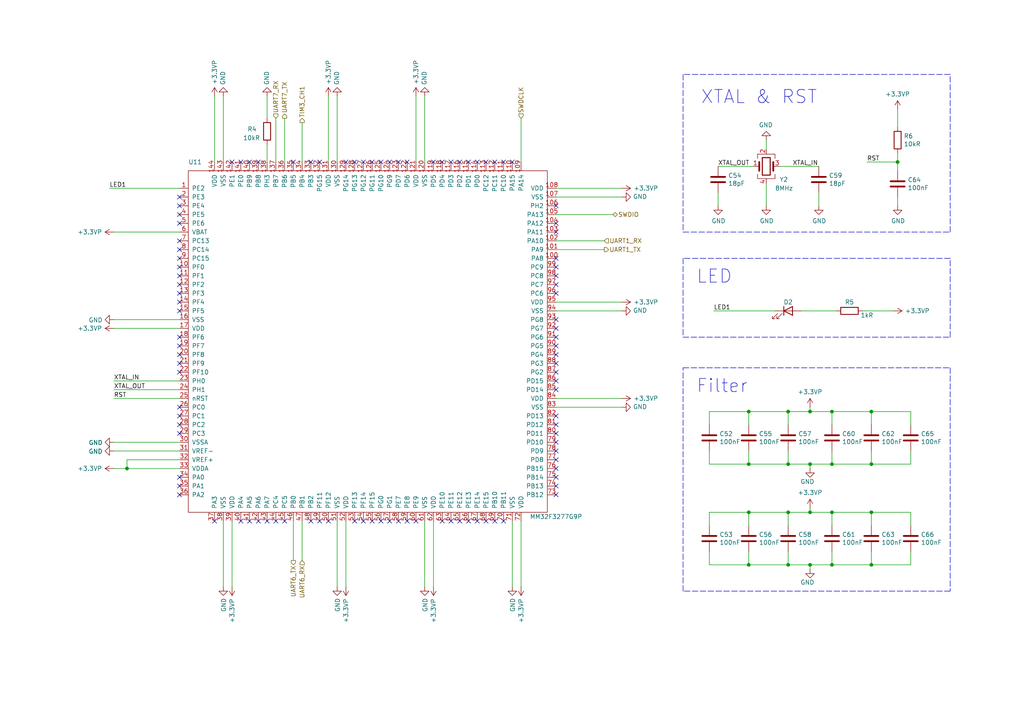
<source format=kicad_sch>
(kicad_sch (version 20211123) (generator eeschema)

  (uuid f48f1d12-9008-4743-81e2-bdec45db64a1)

  (paper "A4")

  (title_block
    (title "MM32_Board")
    (date "2022-02-09")
    (rev "1.2.3")
  )

  (lib_symbols
    (symbol "Device:C" (pin_numbers hide) (pin_names (offset 0.254)) (in_bom yes) (on_board yes)
      (property "Reference" "C" (id 0) (at 0.635 2.54 0)
        (effects (font (size 1.27 1.27)) (justify left))
      )
      (property "Value" "C" (id 1) (at 0.635 -2.54 0)
        (effects (font (size 1.27 1.27)) (justify left))
      )
      (property "Footprint" "" (id 2) (at 0.9652 -3.81 0)
        (effects (font (size 1.27 1.27)) hide)
      )
      (property "Datasheet" "~" (id 3) (at 0 0 0)
        (effects (font (size 1.27 1.27)) hide)
      )
      (property "ki_keywords" "cap capacitor" (id 4) (at 0 0 0)
        (effects (font (size 1.27 1.27)) hide)
      )
      (property "ki_description" "Unpolarized capacitor" (id 5) (at 0 0 0)
        (effects (font (size 1.27 1.27)) hide)
      )
      (property "ki_fp_filters" "C_*" (id 6) (at 0 0 0)
        (effects (font (size 1.27 1.27)) hide)
      )
      (symbol "C_0_1"
        (polyline
          (pts
            (xy -2.032 -0.762)
            (xy 2.032 -0.762)
          )
          (stroke (width 0.508) (type default) (color 0 0 0 0))
          (fill (type none))
        )
        (polyline
          (pts
            (xy -2.032 0.762)
            (xy 2.032 0.762)
          )
          (stroke (width 0.508) (type default) (color 0 0 0 0))
          (fill (type none))
        )
      )
      (symbol "C_1_1"
        (pin passive line (at 0 3.81 270) (length 2.794)
          (name "~" (effects (font (size 1.27 1.27))))
          (number "1" (effects (font (size 1.27 1.27))))
        )
        (pin passive line (at 0 -3.81 90) (length 2.794)
          (name "~" (effects (font (size 1.27 1.27))))
          (number "2" (effects (font (size 1.27 1.27))))
        )
      )
    )
    (symbol "Device:Crystal_GND24" (pin_names (offset 1.016) hide) (in_bom yes) (on_board yes)
      (property "Reference" "Y" (id 0) (at 3.175 5.08 0)
        (effects (font (size 1.27 1.27)) (justify left))
      )
      (property "Value" "Crystal_GND24" (id 1) (at 3.175 3.175 0)
        (effects (font (size 1.27 1.27)) (justify left))
      )
      (property "Footprint" "" (id 2) (at 0 0 0)
        (effects (font (size 1.27 1.27)) hide)
      )
      (property "Datasheet" "~" (id 3) (at 0 0 0)
        (effects (font (size 1.27 1.27)) hide)
      )
      (property "ki_keywords" "quartz ceramic resonator oscillator" (id 4) (at 0 0 0)
        (effects (font (size 1.27 1.27)) hide)
      )
      (property "ki_description" "Four pin crystal, GND on pins 2 and 4" (id 5) (at 0 0 0)
        (effects (font (size 1.27 1.27)) hide)
      )
      (property "ki_fp_filters" "Crystal*" (id 6) (at 0 0 0)
        (effects (font (size 1.27 1.27)) hide)
      )
      (symbol "Crystal_GND24_0_1"
        (rectangle (start -1.143 2.54) (end 1.143 -2.54)
          (stroke (width 0.3048) (type default) (color 0 0 0 0))
          (fill (type none))
        )
        (polyline
          (pts
            (xy -2.54 0)
            (xy -2.032 0)
          )
          (stroke (width 0) (type default) (color 0 0 0 0))
          (fill (type none))
        )
        (polyline
          (pts
            (xy -2.032 -1.27)
            (xy -2.032 1.27)
          )
          (stroke (width 0.508) (type default) (color 0 0 0 0))
          (fill (type none))
        )
        (polyline
          (pts
            (xy 0 -3.81)
            (xy 0 -3.556)
          )
          (stroke (width 0) (type default) (color 0 0 0 0))
          (fill (type none))
        )
        (polyline
          (pts
            (xy 0 3.556)
            (xy 0 3.81)
          )
          (stroke (width 0) (type default) (color 0 0 0 0))
          (fill (type none))
        )
        (polyline
          (pts
            (xy 2.032 -1.27)
            (xy 2.032 1.27)
          )
          (stroke (width 0.508) (type default) (color 0 0 0 0))
          (fill (type none))
        )
        (polyline
          (pts
            (xy 2.032 0)
            (xy 2.54 0)
          )
          (stroke (width 0) (type default) (color 0 0 0 0))
          (fill (type none))
        )
        (polyline
          (pts
            (xy -2.54 -2.286)
            (xy -2.54 -3.556)
            (xy 2.54 -3.556)
            (xy 2.54 -2.286)
          )
          (stroke (width 0) (type default) (color 0 0 0 0))
          (fill (type none))
        )
        (polyline
          (pts
            (xy -2.54 2.286)
            (xy -2.54 3.556)
            (xy 2.54 3.556)
            (xy 2.54 2.286)
          )
          (stroke (width 0) (type default) (color 0 0 0 0))
          (fill (type none))
        )
      )
      (symbol "Crystal_GND24_1_1"
        (pin passive line (at -3.81 0 0) (length 1.27)
          (name "1" (effects (font (size 1.27 1.27))))
          (number "1" (effects (font (size 1.27 1.27))))
        )
        (pin passive line (at 0 5.08 270) (length 1.27)
          (name "2" (effects (font (size 1.27 1.27))))
          (number "2" (effects (font (size 1.27 1.27))))
        )
        (pin passive line (at 3.81 0 180) (length 1.27)
          (name "3" (effects (font (size 1.27 1.27))))
          (number "3" (effects (font (size 1.27 1.27))))
        )
        (pin passive line (at 0 -5.08 90) (length 1.27)
          (name "4" (effects (font (size 1.27 1.27))))
          (number "4" (effects (font (size 1.27 1.27))))
        )
      )
    )
    (symbol "Device:LED" (pin_numbers hide) (pin_names (offset 1.016) hide) (in_bom yes) (on_board yes)
      (property "Reference" "D" (id 0) (at 0 2.54 0)
        (effects (font (size 1.27 1.27)))
      )
      (property "Value" "LED" (id 1) (at 0 -2.54 0)
        (effects (font (size 1.27 1.27)))
      )
      (property "Footprint" "" (id 2) (at 0 0 0)
        (effects (font (size 1.27 1.27)) hide)
      )
      (property "Datasheet" "~" (id 3) (at 0 0 0)
        (effects (font (size 1.27 1.27)) hide)
      )
      (property "ki_keywords" "LED diode" (id 4) (at 0 0 0)
        (effects (font (size 1.27 1.27)) hide)
      )
      (property "ki_description" "Light emitting diode" (id 5) (at 0 0 0)
        (effects (font (size 1.27 1.27)) hide)
      )
      (property "ki_fp_filters" "LED* LED_SMD:* LED_THT:*" (id 6) (at 0 0 0)
        (effects (font (size 1.27 1.27)) hide)
      )
      (symbol "LED_0_1"
        (polyline
          (pts
            (xy -1.27 -1.27)
            (xy -1.27 1.27)
          )
          (stroke (width 0.254) (type default) (color 0 0 0 0))
          (fill (type none))
        )
        (polyline
          (pts
            (xy -1.27 0)
            (xy 1.27 0)
          )
          (stroke (width 0) (type default) (color 0 0 0 0))
          (fill (type none))
        )
        (polyline
          (pts
            (xy 1.27 -1.27)
            (xy 1.27 1.27)
            (xy -1.27 0)
            (xy 1.27 -1.27)
          )
          (stroke (width 0.254) (type default) (color 0 0 0 0))
          (fill (type none))
        )
        (polyline
          (pts
            (xy -3.048 -0.762)
            (xy -4.572 -2.286)
            (xy -3.81 -2.286)
            (xy -4.572 -2.286)
            (xy -4.572 -1.524)
          )
          (stroke (width 0) (type default) (color 0 0 0 0))
          (fill (type none))
        )
        (polyline
          (pts
            (xy -1.778 -0.762)
            (xy -3.302 -2.286)
            (xy -2.54 -2.286)
            (xy -3.302 -2.286)
            (xy -3.302 -1.524)
          )
          (stroke (width 0) (type default) (color 0 0 0 0))
          (fill (type none))
        )
      )
      (symbol "LED_1_1"
        (pin passive line (at -3.81 0 0) (length 2.54)
          (name "K" (effects (font (size 1.27 1.27))))
          (number "1" (effects (font (size 1.27 1.27))))
        )
        (pin passive line (at 3.81 0 180) (length 2.54)
          (name "A" (effects (font (size 1.27 1.27))))
          (number "2" (effects (font (size 1.27 1.27))))
        )
      )
    )
    (symbol "Device:R" (pin_numbers hide) (pin_names (offset 0)) (in_bom yes) (on_board yes)
      (property "Reference" "R" (id 0) (at 2.032 0 90)
        (effects (font (size 1.27 1.27)))
      )
      (property "Value" "R" (id 1) (at 0 0 90)
        (effects (font (size 1.27 1.27)))
      )
      (property "Footprint" "" (id 2) (at -1.778 0 90)
        (effects (font (size 1.27 1.27)) hide)
      )
      (property "Datasheet" "~" (id 3) (at 0 0 0)
        (effects (font (size 1.27 1.27)) hide)
      )
      (property "ki_keywords" "R res resistor" (id 4) (at 0 0 0)
        (effects (font (size 1.27 1.27)) hide)
      )
      (property "ki_description" "Resistor" (id 5) (at 0 0 0)
        (effects (font (size 1.27 1.27)) hide)
      )
      (property "ki_fp_filters" "R_*" (id 6) (at 0 0 0)
        (effects (font (size 1.27 1.27)) hide)
      )
      (symbol "R_0_1"
        (rectangle (start -1.016 -2.54) (end 1.016 2.54)
          (stroke (width 0.254) (type default) (color 0 0 0 0))
          (fill (type none))
        )
      )
      (symbol "R_1_1"
        (pin passive line (at 0 3.81 270) (length 1.27)
          (name "~" (effects (font (size 1.27 1.27))))
          (number "1" (effects (font (size 1.27 1.27))))
        )
        (pin passive line (at 0 -3.81 90) (length 1.27)
          (name "~" (effects (font (size 1.27 1.27))))
          (number "2" (effects (font (size 1.27 1.27))))
        )
      )
    )
    (symbol "MM32_Periph:MM32F3277G9P" (pin_names (offset 1.016)) (in_bom yes) (on_board yes)
      (property "Reference" "U" (id 0) (at 1.27 104.14 0)
        (effects (font (size 1.27 1.27)))
      )
      (property "Value" "MM32F3277G9P" (id 1) (at 107.95 -2.54 0)
        (effects (font (size 1.27 1.27)))
      )
      (property "Footprint" "Package_QFP:LQFP-144_20x20mm_P0.5mm" (id 2) (at 121.92 -5.08 0)
        (effects (font (size 1.27 1.27)) hide)
      )
      (property "Datasheet" "" (id 3) (at 160.02 31.75 0)
        (effects (font (size 1.27 1.27)) hide)
      )
      (symbol "MM32F3277G9P_0_0"
        (pin bidirectional line (at -2.54 71.12 0) (length 2.54)
          (name "PF0" (effects (font (size 1.27 1.27))))
          (number "10" (effects (font (size 1.27 1.27))))
        )
        (pin bidirectional line (at 106.68 73.66 180) (length 2.54)
          (name "PA8" (effects (font (size 1.27 1.27))))
          (number "100" (effects (font (size 1.27 1.27))))
        )
        (pin bidirectional line (at 106.68 76.2 180) (length 2.54)
          (name "PA9" (effects (font (size 1.27 1.27))))
          (number "101" (effects (font (size 1.27 1.27))))
        )
        (pin bidirectional line (at 106.68 78.74 180) (length 2.54)
          (name "PA10" (effects (font (size 1.27 1.27))))
          (number "102" (effects (font (size 1.27 1.27))))
        )
        (pin bidirectional line (at 106.68 81.28 180) (length 2.54)
          (name "PA11" (effects (font (size 1.27 1.27))))
          (number "103" (effects (font (size 1.27 1.27))))
        )
        (pin bidirectional line (at 106.68 83.82 180) (length 2.54)
          (name "PA12" (effects (font (size 1.27 1.27))))
          (number "104" (effects (font (size 1.27 1.27))))
        )
        (pin bidirectional line (at 106.68 86.36 180) (length 2.54)
          (name "PA13" (effects (font (size 1.27 1.27))))
          (number "105" (effects (font (size 1.27 1.27))))
        )
        (pin bidirectional line (at 106.68 88.9 180) (length 2.54)
          (name "PH2" (effects (font (size 1.27 1.27))))
          (number "106" (effects (font (size 1.27 1.27))))
        )
        (pin power_in line (at 106.68 91.44 180) (length 2.54)
          (name "VSS" (effects (font (size 1.27 1.27))))
          (number "107" (effects (font (size 1.27 1.27))))
        )
        (pin power_in line (at 106.68 93.98 180) (length 2.54)
          (name "VDD" (effects (font (size 1.27 1.27))))
          (number "108" (effects (font (size 1.27 1.27))))
        )
        (pin bidirectional line (at 96.52 101.6 270) (length 2.54)
          (name "PA14" (effects (font (size 1.27 1.27))))
          (number "109" (effects (font (size 1.27 1.27))))
        )
        (pin bidirectional line (at -2.54 68.58 0) (length 2.54)
          (name "PF1" (effects (font (size 1.27 1.27))))
          (number "11" (effects (font (size 1.27 1.27))))
        )
        (pin bidirectional line (at 93.98 101.6 270) (length 2.54)
          (name "PA15" (effects (font (size 1.27 1.27))))
          (number "110" (effects (font (size 1.27 1.27))))
        )
        (pin bidirectional line (at 91.44 101.6 270) (length 2.54)
          (name "PC10" (effects (font (size 1.27 1.27))))
          (number "111" (effects (font (size 1.27 1.27))))
        )
        (pin bidirectional line (at 88.9 101.6 270) (length 2.54)
          (name "PC11" (effects (font (size 1.27 1.27))))
          (number "112" (effects (font (size 1.27 1.27))))
        )
        (pin bidirectional line (at 86.36 101.6 270) (length 2.54)
          (name "PC12" (effects (font (size 1.27 1.27))))
          (number "113" (effects (font (size 1.27 1.27))))
        )
        (pin bidirectional line (at 83.82 101.6 270) (length 2.54)
          (name "PD0" (effects (font (size 1.27 1.27))))
          (number "114" (effects (font (size 1.27 1.27))))
        )
        (pin bidirectional line (at 81.28 101.6 270) (length 2.54)
          (name "PD1" (effects (font (size 1.27 1.27))))
          (number "115" (effects (font (size 1.27 1.27))))
        )
        (pin bidirectional line (at 78.74 101.6 270) (length 2.54)
          (name "PD2" (effects (font (size 1.27 1.27))))
          (number "116" (effects (font (size 1.27 1.27))))
        )
        (pin bidirectional line (at 76.2 101.6 270) (length 2.54)
          (name "PD3" (effects (font (size 1.27 1.27))))
          (number "117" (effects (font (size 1.27 1.27))))
        )
        (pin bidirectional line (at 73.66 101.6 270) (length 2.54)
          (name "PD4" (effects (font (size 1.27 1.27))))
          (number "118" (effects (font (size 1.27 1.27))))
        )
        (pin bidirectional line (at 71.12 101.6 270) (length 2.54)
          (name "PD5" (effects (font (size 1.27 1.27))))
          (number "119" (effects (font (size 1.27 1.27))))
        )
        (pin bidirectional line (at -2.54 66.04 0) (length 2.54)
          (name "PF2" (effects (font (size 1.27 1.27))))
          (number "12" (effects (font (size 1.27 1.27))))
        )
        (pin power_in line (at 68.58 101.6 270) (length 2.54)
          (name "VSS" (effects (font (size 1.27 1.27))))
          (number "120" (effects (font (size 1.27 1.27))))
        )
        (pin power_in line (at 66.04 101.6 270) (length 2.54)
          (name "VDD" (effects (font (size 1.27 1.27))))
          (number "121" (effects (font (size 1.27 1.27))))
        )
        (pin bidirectional line (at 63.5 101.6 270) (length 2.54)
          (name "PD6" (effects (font (size 1.27 1.27))))
          (number "122" (effects (font (size 1.27 1.27))))
        )
        (pin bidirectional line (at 60.96 101.6 270) (length 2.54)
          (name "PD7" (effects (font (size 1.27 1.27))))
          (number "123" (effects (font (size 1.27 1.27))))
        )
        (pin bidirectional line (at 58.42 101.6 270) (length 2.54)
          (name "PG9" (effects (font (size 1.27 1.27))))
          (number "124" (effects (font (size 1.27 1.27))))
        )
        (pin bidirectional line (at 55.88 101.6 270) (length 2.54)
          (name "PG10" (effects (font (size 1.27 1.27))))
          (number "125" (effects (font (size 1.27 1.27))))
        )
        (pin bidirectional line (at 53.34 101.6 270) (length 2.54)
          (name "PG11" (effects (font (size 1.27 1.27))))
          (number "126" (effects (font (size 1.27 1.27))))
        )
        (pin bidirectional line (at 50.8 101.6 270) (length 2.54)
          (name "PG12" (effects (font (size 1.27 1.27))))
          (number "127" (effects (font (size 1.27 1.27))))
        )
        (pin bidirectional line (at 48.26 101.6 270) (length 2.54)
          (name "PG13" (effects (font (size 1.27 1.27))))
          (number "128" (effects (font (size 1.27 1.27))))
        )
        (pin bidirectional line (at 45.72 101.6 270) (length 2.54)
          (name "PG14" (effects (font (size 1.27 1.27))))
          (number "129" (effects (font (size 1.27 1.27))))
        )
        (pin bidirectional line (at -2.54 63.5 0) (length 2.54)
          (name "PF3" (effects (font (size 1.27 1.27))))
          (number "13" (effects (font (size 1.27 1.27))))
        )
        (pin power_in line (at 43.18 101.6 270) (length 2.54)
          (name "VSS" (effects (font (size 1.27 1.27))))
          (number "130" (effects (font (size 1.27 1.27))))
        )
        (pin power_in line (at 40.64 101.6 270) (length 2.54)
          (name "VDD" (effects (font (size 1.27 1.27))))
          (number "131" (effects (font (size 1.27 1.27))))
        )
        (pin bidirectional line (at 38.1 101.6 270) (length 2.54)
          (name "PG15" (effects (font (size 1.27 1.27))))
          (number "132" (effects (font (size 1.27 1.27))))
        )
        (pin bidirectional line (at 35.56 101.6 270) (length 2.54)
          (name "PB3" (effects (font (size 1.27 1.27))))
          (number "133" (effects (font (size 1.27 1.27))))
        )
        (pin bidirectional line (at 33.02 101.6 270) (length 2.54)
          (name "PB4" (effects (font (size 1.27 1.27))))
          (number "134" (effects (font (size 1.27 1.27))))
        )
        (pin bidirectional line (at 30.48 101.6 270) (length 2.54)
          (name "PB5" (effects (font (size 1.27 1.27))))
          (number "135" (effects (font (size 1.27 1.27))))
        )
        (pin bidirectional line (at 27.94 101.6 270) (length 2.54)
          (name "PB6" (effects (font (size 1.27 1.27))))
          (number "136" (effects (font (size 1.27 1.27))))
        )
        (pin bidirectional line (at 25.4 101.6 270) (length 2.54)
          (name "PB7" (effects (font (size 1.27 1.27))))
          (number "137" (effects (font (size 1.27 1.27))))
        )
        (pin bidirectional line (at 22.86 101.6 270) (length 2.54)
          (name "PH3" (effects (font (size 1.27 1.27))))
          (number "138" (effects (font (size 1.27 1.27))))
        )
        (pin bidirectional line (at 20.32 101.6 270) (length 2.54)
          (name "PB8" (effects (font (size 1.27 1.27))))
          (number "139" (effects (font (size 1.27 1.27))))
        )
        (pin bidirectional line (at -2.54 60.96 0) (length 2.54)
          (name "PF4" (effects (font (size 1.27 1.27))))
          (number "14" (effects (font (size 1.27 1.27))))
        )
        (pin bidirectional line (at 17.78 101.6 270) (length 2.54)
          (name "PB9" (effects (font (size 1.27 1.27))))
          (number "140" (effects (font (size 1.27 1.27))))
        )
        (pin bidirectional line (at 15.24 101.6 270) (length 2.54)
          (name "PE0" (effects (font (size 1.27 1.27))))
          (number "141" (effects (font (size 1.27 1.27))))
        )
        (pin bidirectional line (at 12.7 101.6 270) (length 2.54)
          (name "PE1" (effects (font (size 1.27 1.27))))
          (number "142" (effects (font (size 1.27 1.27))))
        )
        (pin power_in line (at 10.16 101.6 270) (length 2.54)
          (name "VSS" (effects (font (size 1.27 1.27))))
          (number "143" (effects (font (size 1.27 1.27))))
        )
        (pin power_in line (at 7.62 101.6 270) (length 2.54)
          (name "VDD" (effects (font (size 1.27 1.27))))
          (number "144" (effects (font (size 1.27 1.27))))
        )
        (pin bidirectional line (at -2.54 58.42 0) (length 2.54)
          (name "PF5" (effects (font (size 1.27 1.27))))
          (number "15" (effects (font (size 1.27 1.27))))
        )
        (pin power_in line (at -2.54 55.88 0) (length 2.54)
          (name "VSS" (effects (font (size 1.27 1.27))))
          (number "16" (effects (font (size 1.27 1.27))))
        )
        (pin power_in line (at -2.54 53.34 0) (length 2.54)
          (name "VDD" (effects (font (size 1.27 1.27))))
          (number "17" (effects (font (size 1.27 1.27))))
        )
        (pin bidirectional line (at -2.54 50.8 0) (length 2.54)
          (name "PF6" (effects (font (size 1.27 1.27))))
          (number "18" (effects (font (size 1.27 1.27))))
        )
        (pin bidirectional line (at -2.54 48.26 0) (length 2.54)
          (name "PF7" (effects (font (size 1.27 1.27))))
          (number "19" (effects (font (size 1.27 1.27))))
        )
        (pin bidirectional line (at -2.54 91.44 0) (length 2.54)
          (name "PE3" (effects (font (size 1.27 1.27))))
          (number "2" (effects (font (size 1.27 1.27))))
        )
        (pin bidirectional line (at -2.54 45.72 0) (length 2.54)
          (name "PF8" (effects (font (size 1.27 1.27))))
          (number "20" (effects (font (size 1.27 1.27))))
        )
        (pin bidirectional line (at -2.54 43.18 0) (length 2.54)
          (name "PF9" (effects (font (size 1.27 1.27))))
          (number "21" (effects (font (size 1.27 1.27))))
        )
        (pin bidirectional line (at -2.54 40.64 0) (length 2.54)
          (name "PF10" (effects (font (size 1.27 1.27))))
          (number "22" (effects (font (size 1.27 1.27))))
        )
        (pin bidirectional line (at -2.54 38.1 0) (length 2.54)
          (name "PH0" (effects (font (size 1.27 1.27))))
          (number "23" (effects (font (size 1.27 1.27))))
        )
        (pin bidirectional line (at -2.54 35.56 0) (length 2.54)
          (name "PH1" (effects (font (size 1.27 1.27))))
          (number "24" (effects (font (size 1.27 1.27))))
        )
        (pin bidirectional line (at -2.54 33.02 0) (length 2.54)
          (name "nRST" (effects (font (size 1.27 1.27))))
          (number "25" (effects (font (size 1.27 1.27))))
        )
        (pin bidirectional line (at -2.54 30.48 0) (length 2.54)
          (name "PC0" (effects (font (size 1.27 1.27))))
          (number "26" (effects (font (size 1.27 1.27))))
        )
        (pin bidirectional line (at -2.54 27.94 0) (length 2.54)
          (name "PC1" (effects (font (size 1.27 1.27))))
          (number "27" (effects (font (size 1.27 1.27))))
        )
        (pin bidirectional line (at -2.54 25.4 0) (length 2.54)
          (name "PC2" (effects (font (size 1.27 1.27))))
          (number "28" (effects (font (size 1.27 1.27))))
        )
        (pin bidirectional line (at -2.54 22.86 0) (length 2.54)
          (name "PC3" (effects (font (size 1.27 1.27))))
          (number "29" (effects (font (size 1.27 1.27))))
        )
        (pin bidirectional line (at -2.54 88.9 0) (length 2.54)
          (name "PE4" (effects (font (size 1.27 1.27))))
          (number "3" (effects (font (size 1.27 1.27))))
        )
        (pin power_in line (at -2.54 20.32 0) (length 2.54)
          (name "VSSA" (effects (font (size 1.27 1.27))))
          (number "30" (effects (font (size 1.27 1.27))))
        )
        (pin power_in line (at -2.54 17.78 0) (length 2.54)
          (name "VREF-" (effects (font (size 1.27 1.27))))
          (number "31" (effects (font (size 1.27 1.27))))
        )
        (pin power_in line (at -2.54 15.24 0) (length 2.54)
          (name "VREF+" (effects (font (size 1.27 1.27))))
          (number "32" (effects (font (size 1.27 1.27))))
        )
        (pin power_in line (at -2.54 12.7 0) (length 2.54)
          (name "VDDA" (effects (font (size 1.27 1.27))))
          (number "33" (effects (font (size 1.27 1.27))))
        )
        (pin bidirectional line (at -2.54 10.16 0) (length 2.54)
          (name "PA0" (effects (font (size 1.27 1.27))))
          (number "34" (effects (font (size 1.27 1.27))))
        )
        (pin bidirectional line (at -2.54 7.62 0) (length 2.54)
          (name "PA1" (effects (font (size 1.27 1.27))))
          (number "35" (effects (font (size 1.27 1.27))))
        )
        (pin bidirectional line (at -2.54 5.08 0) (length 2.54)
          (name "PA2" (effects (font (size 1.27 1.27))))
          (number "36" (effects (font (size 1.27 1.27))))
        )
        (pin bidirectional line (at 7.62 -2.54 90) (length 2.54)
          (name "PA3" (effects (font (size 1.27 1.27))))
          (number "37" (effects (font (size 1.27 1.27))))
        )
        (pin power_in line (at 10.16 -2.54 90) (length 2.54)
          (name "VSS" (effects (font (size 1.27 1.27))))
          (number "38" (effects (font (size 1.27 1.27))))
        )
        (pin power_in line (at 12.7 -2.54 90) (length 2.54)
          (name "VDD" (effects (font (size 1.27 1.27))))
          (number "39" (effects (font (size 1.27 1.27))))
        )
        (pin bidirectional line (at -2.54 86.36 0) (length 2.54)
          (name "PE5" (effects (font (size 1.27 1.27))))
          (number "4" (effects (font (size 1.27 1.27))))
        )
        (pin bidirectional line (at 15.24 -2.54 90) (length 2.54)
          (name "PA4" (effects (font (size 1.27 1.27))))
          (number "40" (effects (font (size 1.27 1.27))))
        )
        (pin bidirectional line (at 17.78 -2.54 90) (length 2.54)
          (name "PA5" (effects (font (size 1.27 1.27))))
          (number "41" (effects (font (size 1.27 1.27))))
        )
        (pin bidirectional line (at 20.32 -2.54 90) (length 2.54)
          (name "PA6" (effects (font (size 1.27 1.27))))
          (number "42" (effects (font (size 1.27 1.27))))
        )
        (pin bidirectional line (at 22.86 -2.54 90) (length 2.54)
          (name "PA7" (effects (font (size 1.27 1.27))))
          (number "43" (effects (font (size 1.27 1.27))))
        )
        (pin bidirectional line (at 25.4 -2.54 90) (length 2.54)
          (name "PC4" (effects (font (size 1.27 1.27))))
          (number "44" (effects (font (size 1.27 1.27))))
        )
        (pin bidirectional line (at 27.94 -2.54 90) (length 2.54)
          (name "PC5" (effects (font (size 1.27 1.27))))
          (number "45" (effects (font (size 1.27 1.27))))
        )
        (pin bidirectional line (at 30.48 -2.54 90) (length 2.54)
          (name "PB0" (effects (font (size 1.27 1.27))))
          (number "46" (effects (font (size 1.27 1.27))))
        )
        (pin bidirectional line (at 33.02 -2.54 90) (length 2.54)
          (name "PB1" (effects (font (size 1.27 1.27))))
          (number "47" (effects (font (size 1.27 1.27))))
        )
        (pin bidirectional line (at 35.56 -2.54 90) (length 2.54)
          (name "PB2" (effects (font (size 1.27 1.27))))
          (number "48" (effects (font (size 1.27 1.27))))
        )
        (pin bidirectional line (at 38.1 -2.54 90) (length 2.54)
          (name "PF11" (effects (font (size 1.27 1.27))))
          (number "49" (effects (font (size 1.27 1.27))))
        )
        (pin bidirectional line (at -2.54 83.82 0) (length 2.54)
          (name "PE6" (effects (font (size 1.27 1.27))))
          (number "5" (effects (font (size 1.27 1.27))))
        )
        (pin bidirectional line (at 40.64 -2.54 90) (length 2.54)
          (name "PF12" (effects (font (size 1.27 1.27))))
          (number "50" (effects (font (size 1.27 1.27))))
        )
        (pin power_in line (at 43.18 -2.54 90) (length 2.54)
          (name "VSS" (effects (font (size 1.27 1.27))))
          (number "51" (effects (font (size 1.27 1.27))))
        )
        (pin power_in line (at 45.72 -2.54 90) (length 2.54)
          (name "VDD" (effects (font (size 1.27 1.27))))
          (number "52" (effects (font (size 1.27 1.27))))
        )
        (pin bidirectional line (at 48.26 -2.54 90) (length 2.54)
          (name "PF13" (effects (font (size 1.27 1.27))))
          (number "53" (effects (font (size 1.27 1.27))))
        )
        (pin bidirectional line (at 50.8 -2.54 90) (length 2.54)
          (name "PF14" (effects (font (size 1.27 1.27))))
          (number "54" (effects (font (size 1.27 1.27))))
        )
        (pin bidirectional line (at 53.34 -2.54 90) (length 2.54)
          (name "PF15" (effects (font (size 1.27 1.27))))
          (number "55" (effects (font (size 1.27 1.27))))
        )
        (pin bidirectional line (at 55.88 -2.54 90) (length 2.54)
          (name "PG0" (effects (font (size 1.27 1.27))))
          (number "56" (effects (font (size 1.27 1.27))))
        )
        (pin bidirectional line (at 58.42 -2.54 90) (length 2.54)
          (name "PG1" (effects (font (size 1.27 1.27))))
          (number "57" (effects (font (size 1.27 1.27))))
        )
        (pin bidirectional line (at 60.96 -2.54 90) (length 2.54)
          (name "PE7" (effects (font (size 1.27 1.27))))
          (number "58" (effects (font (size 1.27 1.27))))
        )
        (pin bidirectional line (at 63.5 -2.54 90) (length 2.54)
          (name "PE8" (effects (font (size 1.27 1.27))))
          (number "59" (effects (font (size 1.27 1.27))))
        )
        (pin power_in line (at -2.54 81.28 0) (length 2.54)
          (name "VBAT" (effects (font (size 1.27 1.27))))
          (number "6" (effects (font (size 1.27 1.27))))
        )
        (pin bidirectional line (at 66.04 -2.54 90) (length 2.54)
          (name "PE9" (effects (font (size 1.27 1.27))))
          (number "60" (effects (font (size 1.27 1.27))))
        )
        (pin power_in line (at 68.58 -2.54 90) (length 2.54)
          (name "VSS" (effects (font (size 1.27 1.27))))
          (number "61" (effects (font (size 1.27 1.27))))
        )
        (pin power_in line (at 71.12 -2.54 90) (length 2.54)
          (name "VDD" (effects (font (size 1.27 1.27))))
          (number "62" (effects (font (size 1.27 1.27))))
        )
        (pin bidirectional line (at 73.66 -2.54 90) (length 2.54)
          (name "PE10" (effects (font (size 1.27 1.27))))
          (number "63" (effects (font (size 1.27 1.27))))
        )
        (pin bidirectional line (at 76.2 -2.54 90) (length 2.54)
          (name "PE11" (effects (font (size 1.27 1.27))))
          (number "64" (effects (font (size 1.27 1.27))))
        )
        (pin bidirectional line (at 78.74 -2.54 90) (length 2.54)
          (name "PE12" (effects (font (size 1.27 1.27))))
          (number "65" (effects (font (size 1.27 1.27))))
        )
        (pin bidirectional line (at 81.28 -2.54 90) (length 2.54)
          (name "PE13" (effects (font (size 1.27 1.27))))
          (number "66" (effects (font (size 1.27 1.27))))
        )
        (pin bidirectional line (at 83.82 -2.54 90) (length 2.54)
          (name "PE14" (effects (font (size 1.27 1.27))))
          (number "67" (effects (font (size 1.27 1.27))))
        )
        (pin bidirectional line (at 86.36 -2.54 90) (length 2.54)
          (name "PE15" (effects (font (size 1.27 1.27))))
          (number "68" (effects (font (size 1.27 1.27))))
        )
        (pin bidirectional line (at 88.9 -2.54 90) (length 2.54)
          (name "PB10" (effects (font (size 1.27 1.27))))
          (number "69" (effects (font (size 1.27 1.27))))
        )
        (pin bidirectional line (at -2.54 78.74 0) (length 2.54)
          (name "PC13" (effects (font (size 1.27 1.27))))
          (number "7" (effects (font (size 1.27 1.27))))
        )
        (pin bidirectional line (at 91.44 -2.54 90) (length 2.54)
          (name "PB11" (effects (font (size 1.27 1.27))))
          (number "70" (effects (font (size 1.27 1.27))))
        )
        (pin power_in line (at 93.98 -2.54 90) (length 2.54)
          (name "VSS" (effects (font (size 1.27 1.27))))
          (number "71" (effects (font (size 1.27 1.27))))
        )
        (pin power_in line (at 96.52 -2.54 90) (length 2.54)
          (name "VDD" (effects (font (size 1.27 1.27))))
          (number "72" (effects (font (size 1.27 1.27))))
        )
        (pin bidirectional line (at 106.68 5.08 180) (length 2.54)
          (name "PB12" (effects (font (size 1.27 1.27))))
          (number "73" (effects (font (size 1.27 1.27))))
        )
        (pin bidirectional line (at 106.68 7.62 180) (length 2.54)
          (name "PB13" (effects (font (size 1.27 1.27))))
          (number "74" (effects (font (size 1.27 1.27))))
        )
        (pin bidirectional line (at 106.68 10.16 180) (length 2.54)
          (name "PB14" (effects (font (size 1.27 1.27))))
          (number "75" (effects (font (size 1.27 1.27))))
        )
        (pin bidirectional line (at 106.68 12.7 180) (length 2.54)
          (name "PB15" (effects (font (size 1.27 1.27))))
          (number "76" (effects (font (size 1.27 1.27))))
        )
        (pin bidirectional line (at 106.68 15.24 180) (length 2.54)
          (name "PD8" (effects (font (size 1.27 1.27))))
          (number "77" (effects (font (size 1.27 1.27))))
        )
        (pin bidirectional line (at 106.68 17.78 180) (length 2.54)
          (name "PD9" (effects (font (size 1.27 1.27))))
          (number "78" (effects (font (size 1.27 1.27))))
        )
        (pin bidirectional line (at 106.68 20.32 180) (length 2.54)
          (name "PD10" (effects (font (size 1.27 1.27))))
          (number "79" (effects (font (size 1.27 1.27))))
        )
        (pin bidirectional line (at -2.54 76.2 0) (length 2.54)
          (name "PC14" (effects (font (size 1.27 1.27))))
          (number "8" (effects (font (size 1.27 1.27))))
        )
        (pin bidirectional line (at 106.68 22.86 180) (length 2.54)
          (name "PD11" (effects (font (size 1.27 1.27))))
          (number "80" (effects (font (size 1.27 1.27))))
        )
        (pin bidirectional line (at 106.68 25.4 180) (length 2.54)
          (name "PD12" (effects (font (size 1.27 1.27))))
          (number "81" (effects (font (size 1.27 1.27))))
        )
        (pin bidirectional line (at 106.68 27.94 180) (length 2.54)
          (name "PD13" (effects (font (size 1.27 1.27))))
          (number "82" (effects (font (size 1.27 1.27))))
        )
        (pin power_in line (at 106.68 30.48 180) (length 2.54)
          (name "VSS" (effects (font (size 1.27 1.27))))
          (number "83" (effects (font (size 1.27 1.27))))
        )
        (pin power_in line (at 106.68 33.02 180) (length 2.54)
          (name "VDD" (effects (font (size 1.27 1.27))))
          (number "84" (effects (font (size 1.27 1.27))))
        )
        (pin bidirectional line (at 106.68 35.56 180) (length 2.54)
          (name "PD14" (effects (font (size 1.27 1.27))))
          (number "85" (effects (font (size 1.27 1.27))))
        )
        (pin bidirectional line (at 106.68 38.1 180) (length 2.54)
          (name "PD15" (effects (font (size 1.27 1.27))))
          (number "86" (effects (font (size 1.27 1.27))))
        )
        (pin bidirectional line (at 106.68 40.64 180) (length 2.54)
          (name "PG2" (effects (font (size 1.27 1.27))))
          (number "87" (effects (font (size 1.27 1.27))))
        )
        (pin bidirectional line (at 106.68 43.18 180) (length 2.54)
          (name "PG3" (effects (font (size 1.27 1.27))))
          (number "88" (effects (font (size 1.27 1.27))))
        )
        (pin bidirectional line (at 106.68 45.72 180) (length 2.54)
          (name "PG4" (effects (font (size 1.27 1.27))))
          (number "89" (effects (font (size 1.27 1.27))))
        )
        (pin bidirectional line (at -2.54 73.66 0) (length 2.54)
          (name "PC15" (effects (font (size 1.27 1.27))))
          (number "9" (effects (font (size 1.27 1.27))))
        )
        (pin bidirectional line (at 106.68 48.26 180) (length 2.54)
          (name "PG5" (effects (font (size 1.27 1.27))))
          (number "90" (effects (font (size 1.27 1.27))))
        )
        (pin bidirectional line (at 106.68 50.8 180) (length 2.54)
          (name "PG6" (effects (font (size 1.27 1.27))))
          (number "91" (effects (font (size 1.27 1.27))))
        )
        (pin bidirectional line (at 106.68 53.34 180) (length 2.54)
          (name "PG7" (effects (font (size 1.27 1.27))))
          (number "92" (effects (font (size 1.27 1.27))))
        )
        (pin bidirectional line (at 106.68 55.88 180) (length 2.54)
          (name "PG8" (effects (font (size 1.27 1.27))))
          (number "93" (effects (font (size 1.27 1.27))))
        )
        (pin power_in line (at 106.68 58.42 180) (length 2.54)
          (name "VSS" (effects (font (size 1.27 1.27))))
          (number "94" (effects (font (size 1.27 1.27))))
        )
        (pin power_in line (at 106.68 60.96 180) (length 2.54)
          (name "VDD" (effects (font (size 1.27 1.27))))
          (number "95" (effects (font (size 1.27 1.27))))
        )
        (pin bidirectional line (at 106.68 63.5 180) (length 2.54)
          (name "PC6" (effects (font (size 1.27 1.27))))
          (number "96" (effects (font (size 1.27 1.27))))
        )
        (pin bidirectional line (at 106.68 66.04 180) (length 2.54)
          (name "PC7" (effects (font (size 1.27 1.27))))
          (number "97" (effects (font (size 1.27 1.27))))
        )
        (pin bidirectional line (at 106.68 68.58 180) (length 2.54)
          (name "PC8" (effects (font (size 1.27 1.27))))
          (number "98" (effects (font (size 1.27 1.27))))
        )
        (pin bidirectional line (at 106.68 71.12 180) (length 2.54)
          (name "PC9" (effects (font (size 1.27 1.27))))
          (number "99" (effects (font (size 1.27 1.27))))
        )
      )
      (symbol "MM32F3277G9P_0_1"
        (rectangle (start 0 99.06) (end 104.14 0)
          (stroke (width 0) (type default) (color 0 0 0 0))
          (fill (type none))
        )
      )
      (symbol "MM32F3277G9P_1_1"
        (pin bidirectional line (at -2.54 93.98 0) (length 2.54)
          (name "PE2" (effects (font (size 1.27 1.27))))
          (number "1" (effects (font (size 1.27 1.27))))
        )
      )
    )
    (symbol "power:+3.3VP" (power) (pin_names (offset 0)) (in_bom yes) (on_board yes)
      (property "Reference" "#PWR" (id 0) (at 3.81 -1.27 0)
        (effects (font (size 1.27 1.27)) hide)
      )
      (property "Value" "+3.3VP" (id 1) (at 0 2.54 0)
        (effects (font (size 1.27 1.27)))
      )
      (property "Footprint" "" (id 2) (at 0 0 0)
        (effects (font (size 1.27 1.27)) hide)
      )
      (property "Datasheet" "" (id 3) (at 0 0 0)
        (effects (font (size 1.27 1.27)) hide)
      )
      (property "ki_keywords" "power-flag" (id 4) (at 0 0 0)
        (effects (font (size 1.27 1.27)) hide)
      )
      (property "ki_description" "Power symbol creates a global label with name \"+3.3VP\"" (id 5) (at 0 0 0)
        (effects (font (size 1.27 1.27)) hide)
      )
      (symbol "+3.3VP_0_0"
        (pin power_in line (at 0 0 90) (length 0) hide
          (name "+3.3VP" (effects (font (size 1.27 1.27))))
          (number "1" (effects (font (size 1.27 1.27))))
        )
      )
      (symbol "+3.3VP_0_1"
        (polyline
          (pts
            (xy -0.762 1.27)
            (xy 0 2.54)
          )
          (stroke (width 0) (type default) (color 0 0 0 0))
          (fill (type none))
        )
        (polyline
          (pts
            (xy 0 0)
            (xy 0 2.54)
          )
          (stroke (width 0) (type default) (color 0 0 0 0))
          (fill (type none))
        )
        (polyline
          (pts
            (xy 0 2.54)
            (xy 0.762 1.27)
          )
          (stroke (width 0) (type default) (color 0 0 0 0))
          (fill (type none))
        )
      )
    )
    (symbol "power:GND" (power) (pin_names (offset 0)) (in_bom yes) (on_board yes)
      (property "Reference" "#PWR" (id 0) (at 0 -6.35 0)
        (effects (font (size 1.27 1.27)) hide)
      )
      (property "Value" "GND" (id 1) (at 0 -3.81 0)
        (effects (font (size 1.27 1.27)))
      )
      (property "Footprint" "" (id 2) (at 0 0 0)
        (effects (font (size 1.27 1.27)) hide)
      )
      (property "Datasheet" "" (id 3) (at 0 0 0)
        (effects (font (size 1.27 1.27)) hide)
      )
      (property "ki_keywords" "power-flag" (id 4) (at 0 0 0)
        (effects (font (size 1.27 1.27)) hide)
      )
      (property "ki_description" "Power symbol creates a global label with name \"GND\" , ground" (id 5) (at 0 0 0)
        (effects (font (size 1.27 1.27)) hide)
      )
      (symbol "GND_0_1"
        (polyline
          (pts
            (xy 0 0)
            (xy 0 -1.27)
            (xy 1.27 -1.27)
            (xy 0 -2.54)
            (xy -1.27 -1.27)
            (xy 0 -1.27)
          )
          (stroke (width 0) (type default) (color 0 0 0 0))
          (fill (type none))
        )
      )
      (symbol "GND_1_1"
        (pin power_in line (at 0 0 270) (length 0) hide
          (name "GND" (effects (font (size 1.27 1.27))))
          (number "1" (effects (font (size 1.27 1.27))))
        )
      )
    )
  )

  (junction (at 217.17 134.62) (diameter 0) (color 0 0 0 0)
    (uuid 0ab1512b-eb91-4574-b11f-326e0ff10082)
  )
  (junction (at 234.95 134.62) (diameter 0) (color 0 0 0 0)
    (uuid 0bbd2e43-3eb0-4216-861b-a58366dbe43d)
  )
  (junction (at 234.95 119.38) (diameter 0) (color 0 0 0 0)
    (uuid 1020b588-7eb0-4b70-bbff-c77a867c3142)
  )
  (junction (at 241.3 134.62) (diameter 0) (color 0 0 0 0)
    (uuid 29ec1a54-dea0-4d1a-a3dc-a7441a09bb9e)
  )
  (junction (at 241.3 119.38) (diameter 0) (color 0 0 0 0)
    (uuid 36210d52-4f9a-42bc-a022-019a63c67fc2)
  )
  (junction (at 241.3 148.59) (diameter 0) (color 0 0 0 0)
    (uuid 3b19a97f-624a-48d9-8072-15bdeede0fff)
  )
  (junction (at 252.73 119.38) (diameter 0) (color 0 0 0 0)
    (uuid 3e147ce1-21a6-4e77-a3db-fd00d575cd22)
  )
  (junction (at 234.95 163.83) (diameter 0) (color 0 0 0 0)
    (uuid 4aee84d1-0859-48ac-a053-5a981ee1b24a)
  )
  (junction (at 217.17 163.83) (diameter 0) (color 0 0 0 0)
    (uuid 5290e0d7-1f24-4c0b-91ff-28c5a304ab9a)
  )
  (junction (at 260.35 46.99) (diameter 0) (color 0 0 0 0)
    (uuid 59ee13a4-660e-47e2-a73a-01cfe11439e9)
  )
  (junction (at 252.73 134.62) (diameter 0) (color 0 0 0 0)
    (uuid 5dffd1d6-faf9-418e-b9a0-84fb6b6b4454)
  )
  (junction (at 241.3 163.83) (diameter 0) (color 0 0 0 0)
    (uuid 69f75991-c8c0-49a9-aed8-daa6ca9a5d73)
  )
  (junction (at 252.73 148.59) (diameter 0) (color 0 0 0 0)
    (uuid 7684f860-395c-40b3-8cc0-a644dcdbc220)
  )
  (junction (at 36.83 135.89) (diameter 0) (color 0 0 0 0)
    (uuid 889bb7d7-cd1d-4dc0-a72f-f4478b9f5dec)
  )
  (junction (at 228.6 119.38) (diameter 0) (color 0 0 0 0)
    (uuid a7cad282-51c3-4f24-be5e-311c2c5e959b)
  )
  (junction (at 228.6 148.59) (diameter 0) (color 0 0 0 0)
    (uuid acfcaba7-a8b8-4c21-a793-d3e0373f34dc)
  )
  (junction (at 228.6 163.83) (diameter 0) (color 0 0 0 0)
    (uuid ae293969-fa6d-4cb1-9969-16f8784d07e3)
  )
  (junction (at 217.17 119.38) (diameter 0) (color 0 0 0 0)
    (uuid b8382866-f10b-4adc-84fc-f6e5dd44681b)
  )
  (junction (at 228.6 134.62) (diameter 0) (color 0 0 0 0)
    (uuid b9f8b708-1745-43ec-9646-59495cbc6e07)
  )
  (junction (at 217.17 148.59) (diameter 0) (color 0 0 0 0)
    (uuid bb5e8a0f-2ed5-4c2a-91b7-cb63c4c66e15)
  )
  (junction (at 252.73 163.83) (diameter 0) (color 0 0 0 0)
    (uuid d4876469-b949-49ce-b8fe-43cb458692a4)
  )
  (junction (at 234.95 148.59) (diameter 0) (color 0 0 0 0)
    (uuid e6cd2cdd-d49b-4491-8a15-4c46254b5c0a)
  )

  (no_connect (at 52.07 97.79) (uuid 037a257a-ceb2-409c-ab24-48a743172dae))
  (no_connect (at 118.11 46.99) (uuid 062fbe79-da43-4e6a-bd6f-509557f2df9b))
  (no_connect (at 92.71 46.99) (uuid 08c72e5d-0694-4b49-86b5-96bf87dc2569))
  (no_connect (at 90.17 46.99) (uuid 08c72e5d-0694-4b49-86b5-96bf87dc256a))
  (no_connect (at 72.39 46.99) (uuid 08c72e5d-0694-4b49-86b5-96bf87dc256c))
  (no_connect (at 69.85 46.99) (uuid 08c72e5d-0694-4b49-86b5-96bf87dc256d))
  (no_connect (at 67.31 46.99) (uuid 08c72e5d-0694-4b49-86b5-96bf87dc256e))
  (no_connect (at 85.09 46.99) (uuid 08c72e5d-0694-4b49-86b5-96bf87dc256f))
  (no_connect (at 143.51 151.13) (uuid 09321bf4-1ea1-49b5-b1f9-ac29d6606a74))
  (no_connect (at 161.29 97.79) (uuid 11547ba3-d459-4ced-9333-92979d5b86e1))
  (no_connect (at 161.29 143.51) (uuid 16aa2316-1a67-45e5-b6c4-e59dd85814f4))
  (no_connect (at 77.47 151.13) (uuid 1a1da3ab-0792-420a-a2dd-c670f9cd52e8))
  (no_connect (at 115.57 151.13) (uuid 1d2d8ec8-1f1b-4d06-9a35-eff8e386bdb8))
  (no_connect (at 107.95 46.99) (uuid 207932d1-3fbf-4bd3-8ef6-a6601aaaae72))
  (no_connect (at 102.87 46.99) (uuid 21c9358c-c2dd-4df5-9cfe-ea9bd0b49374))
  (no_connect (at 110.49 151.13) (uuid 22614aba-2c26-4590-8e12-a7a6b6de48de))
  (no_connect (at 52.07 87.63) (uuid 226f524c-89b4-46ed-86fd-c8ea41059fd4))
  (no_connect (at 130.81 46.99) (uuid 2b894b8a-c098-4d9d-be0f-2ef41dea274e))
  (no_connect (at 100.33 46.99) (uuid 2f8ebbbf-0f11-4a15-9648-1d28e5593127))
  (no_connect (at 161.29 77.47) (uuid 2fea3f9c-a97b-4a77-88f7-98b3d8a00622))
  (no_connect (at 161.29 107.95) (uuid 33e40dd5-556d-4de0-ab08-235c61b7ba9f))
  (no_connect (at 133.35 151.13) (uuid 3742a313-c63e-4807-a7bf-be5a0ae2c781))
  (no_connect (at 161.29 100.33) (uuid 3a274653-eff3-4ffe-9be8-2bfd0950af0a))
  (no_connect (at 161.29 135.89) (uuid 3b909fd4-b382-4019-8708-80d1d9a9fe1c))
  (no_connect (at 115.57 46.99) (uuid 3ce4c631-4e8b-4ee6-a520-34bf7b12880c))
  (no_connect (at 52.07 100.33) (uuid 3d8571f7-688f-49ac-8d91-22508c277f45))
  (no_connect (at 118.11 151.13) (uuid 401b5a0c-f502-4551-9d61-fa50a303707e))
  (no_connect (at 52.07 120.65) (uuid 40800b4d-424c-4738-8041-4662989d2010))
  (no_connect (at 105.41 46.99) (uuid 4266f6dc-b108-467a-bc4a-756158b1a271))
  (no_connect (at 52.07 102.87) (uuid 45899113-d22e-4a5b-822e-9aca23b124ee))
  (no_connect (at 161.29 67.31) (uuid 46a20b99-b616-4fa4-af79-eecf92b5c191))
  (no_connect (at 135.89 151.13) (uuid 5080cf4c-abda-4232-b279-44d0e6b9bde3))
  (no_connect (at 113.03 46.99) (uuid 51320c8c-9c4a-48b8-a7b8-e2c8d1f2e5ad))
  (no_connect (at 161.29 133.35) (uuid 5327eb63-091f-493c-ab2e-44cb389c2c31))
  (no_connect (at 161.29 130.81) (uuid 5327eb63-091f-493c-ab2e-44cb389c2c32))
  (no_connect (at 92.71 151.13) (uuid 55c12071-87ae-45fb-a0fb-9023de595fbb))
  (no_connect (at 52.07 85.09) (uuid 57e17378-f1f7-42d0-9ad3-fb44c2d5cdc3))
  (no_connect (at 161.29 138.43) (uuid 5891aa7f-2e48-4492-8db1-d54810991036))
  (no_connect (at 161.29 92.71) (uuid 5953ac02-dd84-453b-a6ad-4448da89eab3))
  (no_connect (at 52.07 138.43) (uuid 59bc79d4-9dec-4075-80e9-91ecdebc5b92))
  (no_connect (at 52.07 72.39) (uuid 5b5611ee-3a4f-4573-978f-2e48db0ecaf5))
  (no_connect (at 138.43 151.13) (uuid 5b867f3d-ce38-4d21-95dd-fe114f76e9dc))
  (no_connect (at 69.85 151.13) (uuid 5e27f565-c85a-4f3b-9862-58c0accdd5e3))
  (no_connect (at 138.43 46.99) (uuid 5f74c6fb-337b-40a9-9b79-933f2f30429a))
  (no_connect (at 161.29 125.73) (uuid 5f8cf0a3-5039-4ac4-8310-e201f8c0505f))
  (no_connect (at 161.29 102.87) (uuid 60628c1f-f7b2-4a4b-be6f-62bc1a819432))
  (no_connect (at 120.65 151.13) (uuid 67492efe-fc81-4655-8d7c-56e14e125fcf))
  (no_connect (at 148.59 46.99) (uuid 6776c573-26e6-4a02-ab96-18129f258651))
  (no_connect (at 52.07 80.01) (uuid 6ae47305-86b3-4e27-b3c6-46e195fdaa6d))
  (no_connect (at 52.07 118.11) (uuid 6c715627-9fe9-4566-9325-aed34f2a0ebd))
  (no_connect (at 161.29 74.93) (uuid 6dfa921c-8a4f-4fcf-a0e7-8718b6271ea9))
  (no_connect (at 105.41 151.13) (uuid 6dff30be-c583-4dc6-a9ef-14a2df9a29ef))
  (no_connect (at 102.87 151.13) (uuid 6dff30be-c583-4dc6-a9ef-14a2df9a29f0))
  (no_connect (at 74.93 46.99) (uuid 704ba6e6-ee13-4d9d-b544-d836a743bdda))
  (no_connect (at 52.07 82.55) (uuid 710852c3-85af-44f2-af12-adc5798f2795))
  (no_connect (at 52.07 90.17) (uuid 7147b342-4ca8-4694-a1ec-b615c151a5d0))
  (no_connect (at 52.07 140.97) (uuid 7d3a9372-4f99-452e-9767-51a31df66106))
  (no_connect (at 161.29 140.97) (uuid 7f4b7c2c-9af8-4317-9338-c2a6d8990ded))
  (no_connect (at 161.29 105.41) (uuid 810d1828-323c-409a-960d-456fda8be10a))
  (no_connect (at 52.07 77.47) (uuid 84e154cc-34e9-48ac-ab7e-fc52b3bc90d0))
  (no_connect (at 52.07 107.95) (uuid 8527ef2e-5212-4629-b6f5-b0130ab61dab))
  (no_connect (at 161.29 120.65) (uuid 85dc4567-4553-4e4e-9a5f-d29cdff1671a))
  (no_connect (at 161.29 113.03) (uuid 85dc4567-4553-4e4e-9a5f-d29cdff1671b))
  (no_connect (at 161.29 123.19) (uuid 85dc4567-4553-4e4e-9a5f-d29cdff1671c))
  (no_connect (at 140.97 151.13) (uuid 89be6ff8-dff7-4df0-876d-d5989d658e36))
  (no_connect (at 128.27 151.13) (uuid 8ddee80f-a354-4a11-ae03-acb37cf50626))
  (no_connect (at 72.39 151.13) (uuid 9050328c-80d1-449f-94a8-27658961ba9d))
  (no_connect (at 113.03 151.13) (uuid 92822296-9b31-4c78-bfe1-2dc7c2e425bc))
  (no_connect (at 107.95 151.13) (uuid 96022200-9f71-43e9-876a-e429c268711e))
  (no_connect (at 62.23 151.13) (uuid 99c0b885-9395-4eaa-a204-8d7dea094883))
  (no_connect (at 128.27 46.99) (uuid 9ba85d0a-e58f-45a8-9d86-ad6c976003b7))
  (no_connect (at 125.73 46.99) (uuid a067c43d-047d-48ca-a682-5bbb620e3988))
  (no_connect (at 52.07 74.93) (uuid a57e46ab-4127-4b88-afea-d94b5d7bc928))
  (no_connect (at 52.07 123.19) (uuid a67b97a6-51fd-4a32-8231-3fd10436b6ab))
  (no_connect (at 135.89 46.99) (uuid a9ad6ea5-8293-424c-89d4-c01baf033429))
  (no_connect (at 146.05 151.13) (uuid aa52a4ee-249d-4f84-a65a-9c1702b5bb75))
  (no_connect (at 80.01 151.13) (uuid ab105669-4d1e-4026-ba8a-a7758004f566))
  (no_connect (at 161.29 80.01) (uuid ab26a42e-b7f6-4a80-b26c-c01085e448c7))
  (no_connect (at 161.29 128.27) (uuid b5de2bf0-583c-45d9-bc5e-15007fe3ede8))
  (no_connect (at 90.17 151.13) (uuid bf3524aa-7451-4bff-a4df-53f0aa1c0aeb))
  (no_connect (at 52.07 69.85) (uuid c1b73b2b-a0dd-4b0e-8d3d-c3beea420b93))
  (no_connect (at 52.07 64.77) (uuid c5d77103-ee71-4db4-82b9-24ca5a6af3fc))
  (no_connect (at 52.07 59.69) (uuid c5d77103-ee71-4db4-82b9-24ca5a6af3fd))
  (no_connect (at 52.07 57.15) (uuid c5d77103-ee71-4db4-82b9-24ca5a6af3fe))
  (no_connect (at 74.93 151.13) (uuid d0060422-f68b-4ffa-bca8-6f70dc4f862d))
  (no_connect (at 161.29 85.09) (uuid d25a1e45-06d1-4c1c-9b3a-0fd8abd0bfed))
  (no_connect (at 110.49 46.99) (uuid d433e10e-a10c-42c7-9409-f756ab1084a2))
  (no_connect (at 52.07 62.23) (uuid d85ab6b7-aaa4-48be-85b3-79b679b94ad8))
  (no_connect (at 133.35 46.99) (uuid dbd87a35-3166-440e-a8f0-c71d214a12a6))
  (no_connect (at 161.29 59.69) (uuid df1435bb-8018-455d-9925-63e774164119))
  (no_connect (at 52.07 143.51) (uuid e2349eb5-0f2d-4c2a-b154-1cfe1ab9cd91))
  (no_connect (at 95.25 151.13) (uuid e25cf0ec-320f-458b-bba9-4a9387089fba))
  (no_connect (at 82.55 151.13) (uuid e315fb88-f764-4ec7-a92b-006692d5e26f))
  (no_connect (at 161.29 82.55) (uuid e8558fbd-ea42-43a6-966a-7bd304bdfaad))
  (no_connect (at 146.05 46.99) (uuid eb05c159-e416-4b0f-82f3-e6bc0c254f3a))
  (no_connect (at 143.51 46.99) (uuid eb05c159-e416-4b0f-82f3-e6bc0c254f3b))
  (no_connect (at 130.81 151.13) (uuid ed76cb21-0b5e-4ca2-8075-7e28e38e7199))
  (no_connect (at 161.29 64.77) (uuid ee3188d0-94cf-4bcc-9f57-e516684fc142))
  (no_connect (at 52.07 105.41) (uuid eecd895d-4aa1-458c-8512-c9957fd00fad))
  (no_connect (at 161.29 110.49) (uuid f089be7f-8b48-452f-b777-55958bf0e7e8))
  (no_connect (at 161.29 95.25) (uuid f61adca3-c1e4-457e-8212-9dc978cabab5))
  (no_connect (at 52.07 125.73) (uuid fc052ac4-77ec-4901-baf8-c95f94903836))
  (no_connect (at 140.97 46.99) (uuid ff203a9b-3d2e-4e1d-a6f0-12d16e5120fb))

  (wire (pts (xy 85.09 151.13) (xy 85.09 162.56))
    (stroke (width 0) (type default) (color 0 0 0 0))
    (uuid 0208dcec-5844-41d6-8382-4437ac8ac82d)
  )
  (wire (pts (xy 241.3 130.81) (xy 241.3 134.62))
    (stroke (width 0) (type default) (color 0 0 0 0))
    (uuid 020b7e1f-8bb0-4882-91d4-7894bf18db84)
  )
  (wire (pts (xy 241.3 160.02) (xy 241.3 163.83))
    (stroke (width 0) (type default) (color 0 0 0 0))
    (uuid 02b1295e-cf95-47ff-9c57-f8ada28f2e94)
  )
  (wire (pts (xy 205.74 119.38) (xy 217.17 119.38))
    (stroke (width 0) (type default) (color 0 0 0 0))
    (uuid 0b43a8fb-b3d3-4444-a4b0-cf952c07dcfe)
  )
  (wire (pts (xy 234.95 148.59) (xy 241.3 148.59))
    (stroke (width 0) (type default) (color 0 0 0 0))
    (uuid 0e18138e-f1a3-4288-bb34-3b6bcfb64ff6)
  )
  (wire (pts (xy 161.29 72.39) (xy 175.26 72.39))
    (stroke (width 0) (type default) (color 0 0 0 0))
    (uuid 0f3121ae-1081-4d81-b548-dceafa613e21)
  )
  (wire (pts (xy 250.19 90.17) (xy 259.08 90.17))
    (stroke (width 0) (type default) (color 0 0 0 0))
    (uuid 121b7b08-bed9-441b-b060-efed31f37089)
  )
  (wire (pts (xy 218.44 48.26) (xy 208.28 48.26))
    (stroke (width 0) (type default) (color 0 0 0 0))
    (uuid 188eabba-12a3-47b7-9be1-03f0c5a948eb)
  )
  (wire (pts (xy 205.74 152.4) (xy 205.74 148.59))
    (stroke (width 0) (type default) (color 0 0 0 0))
    (uuid 1ab4dceb-24cc-4050-aa74-e8fbb39d3760)
  )
  (wire (pts (xy 252.73 119.38) (xy 264.16 119.38))
    (stroke (width 0) (type default) (color 0 0 0 0))
    (uuid 1c92f382-4ec3-478f-a1ca-afadd3087787)
  )
  (wire (pts (xy 33.02 130.81) (xy 52.07 130.81))
    (stroke (width 0) (type default) (color 0 0 0 0))
    (uuid 1d9dc91c-3457-4ca5-8e42-43be60ae0831)
  )
  (wire (pts (xy 252.73 130.81) (xy 252.73 134.62))
    (stroke (width 0) (type default) (color 0 0 0 0))
    (uuid 1eca5f72-2356-4c55-919d-595727faf3b9)
  )
  (wire (pts (xy 251.46 46.99) (xy 260.35 46.99))
    (stroke (width 0) (type default) (color 0 0 0 0))
    (uuid 24fd922c-d488-4d61-b6dc-9d3e359ccc82)
  )
  (wire (pts (xy 234.95 165.1) (xy 234.95 163.83))
    (stroke (width 0) (type default) (color 0 0 0 0))
    (uuid 25247d0c-5910-484b-9651-5750d422a450)
  )
  (wire (pts (xy 52.07 113.03) (xy 33.02 113.03))
    (stroke (width 0) (type default) (color 0 0 0 0))
    (uuid 278deae2-fb37-4957-b2cb-afac30cacb12)
  )
  (wire (pts (xy 161.29 90.17) (xy 180.34 90.17))
    (stroke (width 0) (type default) (color 0 0 0 0))
    (uuid 2bbd6c26-4114-4518-8f4a-c6fdadc046b6)
  )
  (polyline (pts (xy 275.59 21.59) (xy 198.12 21.59))
    (stroke (width 0) (type default) (color 0 0 0 0))
    (uuid 376a6f44-cf22-4d88-ac13-30f83803795f)
  )

  (wire (pts (xy 97.79 27.94) (xy 97.79 46.99))
    (stroke (width 0) (type default) (color 0 0 0 0))
    (uuid 3d70e675-48ae-4edd-b95d-3ca51e634018)
  )
  (wire (pts (xy 33.02 128.27) (xy 52.07 128.27))
    (stroke (width 0) (type default) (color 0 0 0 0))
    (uuid 3dbc1b14-20e2-4dcb-8347-d33c13d3f0e0)
  )
  (wire (pts (xy 97.79 170.18) (xy 97.79 151.13))
    (stroke (width 0) (type default) (color 0 0 0 0))
    (uuid 3e011a46-81bd-4ecd-b93e-57dffb1143e5)
  )
  (polyline (pts (xy 275.59 171.45) (xy 198.12 171.45))
    (stroke (width 0) (type default) (color 0 0 0 0))
    (uuid 3f206607-332e-4c96-8963-5302804f476f)
  )
  (polyline (pts (xy 275.59 74.93) (xy 198.12 74.93))
    (stroke (width 0) (type default) (color 0 0 0 0))
    (uuid 4208e41d-1d0a-40b9-bf94-fcbeb6562f9d)
  )

  (wire (pts (xy 228.6 152.4) (xy 228.6 148.59))
    (stroke (width 0) (type default) (color 0 0 0 0))
    (uuid 44509293-79e2-4fab-8860-b0cecb591afa)
  )
  (wire (pts (xy 264.16 134.62) (xy 264.16 130.81))
    (stroke (width 0) (type default) (color 0 0 0 0))
    (uuid 44e993be-f2df-4e61-a598-dfd6e106a208)
  )
  (wire (pts (xy 234.95 135.89) (xy 234.95 134.62))
    (stroke (width 0) (type default) (color 0 0 0 0))
    (uuid 45b7fe01-a2fa-40c2-a3a2-4a9ae7c34dba)
  )
  (wire (pts (xy 228.6 119.38) (xy 234.95 119.38))
    (stroke (width 0) (type default) (color 0 0 0 0))
    (uuid 4648968b-aa58-4f57-8f45-54b088364670)
  )
  (wire (pts (xy 33.02 135.89) (xy 36.83 135.89))
    (stroke (width 0) (type default) (color 0 0 0 0))
    (uuid 4be2b882-65e4-4552-9482-9d622928de2f)
  )
  (wire (pts (xy 205.74 134.62) (xy 217.17 134.62))
    (stroke (width 0) (type default) (color 0 0 0 0))
    (uuid 4c4b4317-29d0-438a-b331-525ede18773a)
  )
  (wire (pts (xy 100.33 170.18) (xy 100.33 151.13))
    (stroke (width 0) (type default) (color 0 0 0 0))
    (uuid 4c6a1dad-7acf-4a52-99b0-316025d1ab04)
  )
  (wire (pts (xy 228.6 163.83) (xy 234.95 163.83))
    (stroke (width 0) (type default) (color 0 0 0 0))
    (uuid 4d55ddc7-73be-49f7-98ea-a0ba474cbdb0)
  )
  (wire (pts (xy 161.29 118.11) (xy 180.34 118.11))
    (stroke (width 0) (type default) (color 0 0 0 0))
    (uuid 4e7a230a-c1a4-4455-81ee-277835acf4a2)
  )
  (wire (pts (xy 62.23 27.94) (xy 62.23 46.99))
    (stroke (width 0) (type default) (color 0 0 0 0))
    (uuid 4f3dc5bc-04e8-4dcc-91dd-8782e84f321d)
  )
  (wire (pts (xy 161.29 54.61) (xy 180.34 54.61))
    (stroke (width 0) (type default) (color 0 0 0 0))
    (uuid 51f5536d-48d2-4807-be44-93f427952b0e)
  )
  (polyline (pts (xy 275.59 67.31) (xy 275.59 21.59))
    (stroke (width 0) (type default) (color 0 0 0 0))
    (uuid 52d326d4-51c9-4c17-8412-9aaf3e6cdf4c)
  )

  (wire (pts (xy 252.73 134.62) (xy 264.16 134.62))
    (stroke (width 0) (type default) (color 0 0 0 0))
    (uuid 55fa5fa0-9426-4801-b40c-682e71189d8a)
  )
  (wire (pts (xy 241.3 134.62) (xy 252.73 134.62))
    (stroke (width 0) (type default) (color 0 0 0 0))
    (uuid 5778dc8c-60fe-435e-b75a-362eae1b81ab)
  )
  (wire (pts (xy 120.65 27.94) (xy 120.65 46.99))
    (stroke (width 0) (type default) (color 0 0 0 0))
    (uuid 583b0bf3-0699-44db-b975-a241ad040fa4)
  )
  (wire (pts (xy 205.74 163.83) (xy 217.17 163.83))
    (stroke (width 0) (type default) (color 0 0 0 0))
    (uuid 59142adb-6887-41fc-851e-9a7f51511d60)
  )
  (wire (pts (xy 252.73 123.19) (xy 252.73 119.38))
    (stroke (width 0) (type default) (color 0 0 0 0))
    (uuid 5bb32dcb-8a97-4374-8a16-bc17822d4db3)
  )
  (wire (pts (xy 33.02 92.71) (xy 52.07 92.71))
    (stroke (width 0) (type default) (color 0 0 0 0))
    (uuid 5cc7655c-62f2-43d2-a7a5-eaa4635dada8)
  )
  (wire (pts (xy 264.16 163.83) (xy 264.16 160.02))
    (stroke (width 0) (type default) (color 0 0 0 0))
    (uuid 5fc4054a-b929-433e-a947-747fb7ed003d)
  )
  (polyline (pts (xy 198.12 21.59) (xy 198.12 67.31))
    (stroke (width 0) (type default) (color 0 0 0 0))
    (uuid 60d30b2f-02cb-42f2-b2ed-c84cb33e3e36)
  )

  (wire (pts (xy 87.63 35.56) (xy 87.63 46.99))
    (stroke (width 0) (type default) (color 0 0 0 0))
    (uuid 61734e05-6fa4-45c2-9ef6-ae673f0ef522)
  )
  (wire (pts (xy 252.73 163.83) (xy 264.16 163.83))
    (stroke (width 0) (type default) (color 0 0 0 0))
    (uuid 617edc57-1dbf-4296-b365-6d76f68a1c0f)
  )
  (wire (pts (xy 234.95 134.62) (xy 241.3 134.62))
    (stroke (width 0) (type default) (color 0 0 0 0))
    (uuid 6239967a-77bd-4ec9-89cd-e04efd8dbe26)
  )
  (wire (pts (xy 241.3 163.83) (xy 252.73 163.83))
    (stroke (width 0) (type default) (color 0 0 0 0))
    (uuid 62a1b97d-067d-487c-835b-0166330d25fe)
  )
  (wire (pts (xy 241.3 123.19) (xy 241.3 119.38))
    (stroke (width 0) (type default) (color 0 0 0 0))
    (uuid 67d6d490-a9a4-4ec7-8744-7c7abc821282)
  )
  (polyline (pts (xy 198.12 97.79) (xy 275.59 97.79))
    (stroke (width 0) (type default) (color 0 0 0 0))
    (uuid 68f7174d-ce7a-41b4-89f8-dd7e3ded57a1)
  )

  (wire (pts (xy 228.6 148.59) (xy 234.95 148.59))
    (stroke (width 0) (type default) (color 0 0 0 0))
    (uuid 6ae901e7-3f37-4fdc-9fbb-f82666744826)
  )
  (polyline (pts (xy 275.59 106.68) (xy 275.59 171.45))
    (stroke (width 0) (type default) (color 0 0 0 0))
    (uuid 6d646c30-feab-4e3e-adf0-5427b73b5f08)
  )

  (wire (pts (xy 234.95 119.38) (xy 234.95 118.11))
    (stroke (width 0) (type default) (color 0 0 0 0))
    (uuid 6df433d7-73cd-4877-8d2e-047853b9077c)
  )
  (wire (pts (xy 205.74 148.59) (xy 217.17 148.59))
    (stroke (width 0) (type default) (color 0 0 0 0))
    (uuid 6f78c1fb-f693-4737-b750-74e50c35a564)
  )
  (wire (pts (xy 36.83 133.35) (xy 36.83 135.89))
    (stroke (width 0) (type default) (color 0 0 0 0))
    (uuid 709f4614-034f-4ed9-9fac-86132c6bdcc2)
  )
  (wire (pts (xy 125.73 170.18) (xy 125.73 151.13))
    (stroke (width 0) (type default) (color 0 0 0 0))
    (uuid 7700fef1-de5b-4197-be2d-18385e1e18f9)
  )
  (wire (pts (xy 64.77 170.18) (xy 64.77 151.13))
    (stroke (width 0) (type default) (color 0 0 0 0))
    (uuid 792ace59-9f73-49b7-92df-01568ab2b00b)
  )
  (wire (pts (xy 217.17 119.38) (xy 228.6 119.38))
    (stroke (width 0) (type default) (color 0 0 0 0))
    (uuid 7a6d9a4e-fe6a-4427-9f0c-a10fd3ceb923)
  )
  (wire (pts (xy 260.35 57.15) (xy 260.35 59.69))
    (stroke (width 0) (type default) (color 0 0 0 0))
    (uuid 7ce4aab5-8271-4432-a4b1-bff168293b45)
  )
  (wire (pts (xy 252.73 160.02) (xy 252.73 163.83))
    (stroke (width 0) (type default) (color 0 0 0 0))
    (uuid 811f5389-c208-4640-ab1a-b454491bb330)
  )
  (wire (pts (xy 123.19 27.94) (xy 123.19 46.99))
    (stroke (width 0) (type default) (color 0 0 0 0))
    (uuid 830aee7f-dfce-42cd-85ef-6370f6dc02f5)
  )
  (wire (pts (xy 208.28 55.88) (xy 208.28 59.69))
    (stroke (width 0) (type default) (color 0 0 0 0))
    (uuid 8313e187-c805-4927-8002-313a51839243)
  )
  (wire (pts (xy 205.74 130.81) (xy 205.74 134.62))
    (stroke (width 0) (type default) (color 0 0 0 0))
    (uuid 83d9db3e-661a-47bf-b26c-99313ad8bac9)
  )
  (wire (pts (xy 228.6 134.62) (xy 234.95 134.62))
    (stroke (width 0) (type default) (color 0 0 0 0))
    (uuid 84d5cf13-52aa-4648-82e7-8be6e886a6b2)
  )
  (wire (pts (xy 64.77 27.94) (xy 64.77 46.99))
    (stroke (width 0) (type default) (color 0 0 0 0))
    (uuid 868b5d0d-f911-4724-9580-d9e69eb9f709)
  )
  (wire (pts (xy 77.47 27.94) (xy 77.47 34.29))
    (stroke (width 0) (type default) (color 0 0 0 0))
    (uuid 86f6faec-7eee-404c-a73a-2ae625f33d8c)
  )
  (wire (pts (xy 241.3 148.59) (xy 252.73 148.59))
    (stroke (width 0) (type default) (color 0 0 0 0))
    (uuid 87f44303-a6e8-48e5-bb6d-f89abb09a999)
  )
  (polyline (pts (xy 198.12 106.68) (xy 275.59 106.68))
    (stroke (width 0) (type default) (color 0 0 0 0))
    (uuid 8e1983d7-818b-423d-95d2-7f219e4f6ba3)
  )

  (wire (pts (xy 205.74 160.02) (xy 205.74 163.83))
    (stroke (width 0) (type default) (color 0 0 0 0))
    (uuid 8e715b73-353f-4cfc-aa33-1eac54b89b6c)
  )
  (wire (pts (xy 161.29 57.15) (xy 180.34 57.15))
    (stroke (width 0) (type default) (color 0 0 0 0))
    (uuid 8efe6411-1919-4082-b5b8-393585e068c8)
  )
  (wire (pts (xy 175.26 69.85) (xy 161.29 69.85))
    (stroke (width 0) (type default) (color 0 0 0 0))
    (uuid 8f8bb641-6f96-48dd-a2de-b7e2aaf6efe0)
  )
  (wire (pts (xy 77.47 41.91) (xy 77.47 46.99))
    (stroke (width 0) (type default) (color 0 0 0 0))
    (uuid 90337a8b-a8c5-48e1-ad0f-b0e67716fe3c)
  )
  (wire (pts (xy 33.02 67.31) (xy 52.07 67.31))
    (stroke (width 0) (type default) (color 0 0 0 0))
    (uuid 92d938cc-f8b1-437d-8914-3d97a0938f67)
  )
  (wire (pts (xy 217.17 134.62) (xy 228.6 134.62))
    (stroke (width 0) (type default) (color 0 0 0 0))
    (uuid 9a458d6a-a84c-4faf-913e-90bab231d3f8)
  )
  (wire (pts (xy 161.29 115.57) (xy 180.34 115.57))
    (stroke (width 0) (type default) (color 0 0 0 0))
    (uuid a1701438-3c8b-4b49-8695-36ec7f9ae4d2)
  )
  (wire (pts (xy 228.6 130.81) (xy 228.6 134.62))
    (stroke (width 0) (type default) (color 0 0 0 0))
    (uuid a2a4b1ad-c51a-492d-9e99-410eec4f55a3)
  )
  (wire (pts (xy 87.63 162.56) (xy 87.63 151.13))
    (stroke (width 0) (type default) (color 0 0 0 0))
    (uuid a2ead14b-89a8-4438-a7df-7876de28e69a)
  )
  (wire (pts (xy 148.59 170.18) (xy 148.59 151.13))
    (stroke (width 0) (type default) (color 0 0 0 0))
    (uuid a6dd3322-fcf5-4e4f-88bb-77a3d82a4d05)
  )
  (wire (pts (xy 33.02 95.25) (xy 52.07 95.25))
    (stroke (width 0) (type default) (color 0 0 0 0))
    (uuid a7c83b25-afbd-4974-8870-387db8f81a5c)
  )
  (wire (pts (xy 205.74 123.19) (xy 205.74 119.38))
    (stroke (width 0) (type default) (color 0 0 0 0))
    (uuid aa0e7fe7-e9c2-477f-bcb2-53a1ebd9e3a6)
  )
  (wire (pts (xy 241.3 152.4) (xy 241.3 148.59))
    (stroke (width 0) (type default) (color 0 0 0 0))
    (uuid aaf0fd50-bb22-4408-be5a-88f5ba4193be)
  )
  (wire (pts (xy 260.35 46.99) (xy 260.35 49.53))
    (stroke (width 0) (type default) (color 0 0 0 0))
    (uuid ac8576da-4e00-41a0-9609-eb655e96e10b)
  )
  (wire (pts (xy 252.73 148.59) (xy 264.16 148.59))
    (stroke (width 0) (type default) (color 0 0 0 0))
    (uuid acd72527-a657-482d-a530-89a1347375fc)
  )
  (wire (pts (xy 52.07 133.35) (xy 36.83 133.35))
    (stroke (width 0) (type default) (color 0 0 0 0))
    (uuid b1649ad9-9128-435d-8083-58362e6b5e08)
  )
  (polyline (pts (xy 198.12 171.45) (xy 198.12 106.68))
    (stroke (width 0) (type default) (color 0 0 0 0))
    (uuid b20fb198-6b0b-4cab-9ba8-ea9b46e8088f)
  )

  (wire (pts (xy 217.17 123.19) (xy 217.17 119.38))
    (stroke (width 0) (type default) (color 0 0 0 0))
    (uuid b31ebd25-cf4c-4c3e-b83d-0ec793b65cd9)
  )
  (wire (pts (xy 33.02 110.49) (xy 52.07 110.49))
    (stroke (width 0) (type default) (color 0 0 0 0))
    (uuid b500fd76-a613-4f44-aac4-99213e86ff44)
  )
  (wire (pts (xy 80.01 34.29) (xy 80.01 46.99))
    (stroke (width 0) (type default) (color 0 0 0 0))
    (uuid b54c23b4-acd1-49e4-a9bd-3d34efa2c212)
  )
  (wire (pts (xy 234.95 163.83) (xy 241.3 163.83))
    (stroke (width 0) (type default) (color 0 0 0 0))
    (uuid b6f041a4-3ea0-418b-94a2-50c938beafa2)
  )
  (wire (pts (xy 217.17 152.4) (xy 217.17 148.59))
    (stroke (width 0) (type default) (color 0 0 0 0))
    (uuid b7ed4c31-5417-4fb5-9261-7dca42c1c776)
  )
  (wire (pts (xy 228.6 160.02) (xy 228.6 163.83))
    (stroke (width 0) (type default) (color 0 0 0 0))
    (uuid bb673c7a-d2b0-45b0-bfe2-0b113c092a77)
  )
  (wire (pts (xy 234.95 148.59) (xy 234.95 147.32))
    (stroke (width 0) (type default) (color 0 0 0 0))
    (uuid bbb99edd-f016-43ea-b1c7-0bcdd1915ee8)
  )
  (wire (pts (xy 222.25 43.18) (xy 222.25 40.64))
    (stroke (width 0) (type default) (color 0 0 0 0))
    (uuid bc01f3e7-a131-4f66-8abc-cc13e855d5e5)
  )
  (wire (pts (xy 33.02 115.57) (xy 52.07 115.57))
    (stroke (width 0) (type default) (color 0 0 0 0))
    (uuid bc05cdd5-f72f-4c21-b397-0fa889871114)
  )
  (wire (pts (xy 67.31 170.18) (xy 67.31 151.13))
    (stroke (width 0) (type default) (color 0 0 0 0))
    (uuid c0c62e93-8e84-4f2b-96ae-e90b55e0550a)
  )
  (polyline (pts (xy 198.12 74.93) (xy 198.12 97.79))
    (stroke (width 0) (type default) (color 0 0 0 0))
    (uuid c2564ecf-bd43-431d-b9a2-c7be54487485)
  )

  (wire (pts (xy 241.3 119.38) (xy 252.73 119.38))
    (stroke (width 0) (type default) (color 0 0 0 0))
    (uuid c860c4e9-3ddd-4065-857c-b9aedc01e6ad)
  )
  (wire (pts (xy 52.07 54.61) (xy 31.75 54.61))
    (stroke (width 0) (type default) (color 0 0 0 0))
    (uuid cc5561df-9d20-4574-af60-64f10025a0ed)
  )
  (wire (pts (xy 151.13 34.29) (xy 151.13 46.99))
    (stroke (width 0) (type default) (color 0 0 0 0))
    (uuid cfec88d2-05ea-4320-9be6-2559d89ee700)
  )
  (polyline (pts (xy 275.59 97.79) (xy 275.59 74.93))
    (stroke (width 0) (type default) (color 0 0 0 0))
    (uuid d1f81642-eb3a-4277-b357-9cbb5a3aa5ac)
  )

  (wire (pts (xy 123.19 170.18) (xy 123.19 151.13))
    (stroke (width 0) (type default) (color 0 0 0 0))
    (uuid d23840a6-3c61-45ca-968a-bc57332fd7a4)
  )
  (wire (pts (xy 234.95 119.38) (xy 241.3 119.38))
    (stroke (width 0) (type default) (color 0 0 0 0))
    (uuid d5b0938b-9efb-4b58-8ac4-d92da9ed2e30)
  )
  (wire (pts (xy 226.06 48.26) (xy 237.49 48.26))
    (stroke (width 0) (type default) (color 0 0 0 0))
    (uuid d5c86a84-6c8b-48b5-b583-2fe7052421ab)
  )
  (wire (pts (xy 217.17 163.83) (xy 228.6 163.83))
    (stroke (width 0) (type default) (color 0 0 0 0))
    (uuid d68589fa-205b-4356-a20d-821c85f5f45e)
  )
  (wire (pts (xy 264.16 148.59) (xy 264.16 152.4))
    (stroke (width 0) (type default) (color 0 0 0 0))
    (uuid d9198b20-68ab-4f03-9039-95a74aeba0d6)
  )
  (wire (pts (xy 217.17 160.02) (xy 217.17 163.83))
    (stroke (width 0) (type default) (color 0 0 0 0))
    (uuid d9ad01c4-9416-4b1f-8447-afc1d446fa8a)
  )
  (wire (pts (xy 151.13 170.18) (xy 151.13 151.13))
    (stroke (width 0) (type default) (color 0 0 0 0))
    (uuid dbbbcbf5-ed09-4c20-902c-70f108158aba)
  )
  (wire (pts (xy 252.73 152.4) (xy 252.73 148.59))
    (stroke (width 0) (type default) (color 0 0 0 0))
    (uuid dbfb14d7-1f97-4dd2-9004-1d129d3b4221)
  )
  (wire (pts (xy 217.17 130.81) (xy 217.17 134.62))
    (stroke (width 0) (type default) (color 0 0 0 0))
    (uuid de2abbd8-9b48-47ba-b77e-4c65ca048af6)
  )
  (polyline (pts (xy 198.12 67.31) (xy 275.59 67.31))
    (stroke (width 0) (type default) (color 0 0 0 0))
    (uuid df3e0d78-29b1-4811-9600-571610f4b8a8)
  )

  (wire (pts (xy 237.49 55.88) (xy 237.49 59.69))
    (stroke (width 0) (type default) (color 0 0 0 0))
    (uuid e002a979-85bc-451a-a77b-29ce2a8f19f9)
  )
  (wire (pts (xy 260.35 31.75) (xy 260.35 36.83))
    (stroke (width 0) (type default) (color 0 0 0 0))
    (uuid e6e468d8-2bb7-49d5-a4d0-fde0f6bbe8c6)
  )
  (wire (pts (xy 232.41 90.17) (xy 242.57 90.17))
    (stroke (width 0) (type default) (color 0 0 0 0))
    (uuid ea8efd53-9e19-4e37-86f5-e6c0c681f735)
  )
  (wire (pts (xy 228.6 123.19) (xy 228.6 119.38))
    (stroke (width 0) (type default) (color 0 0 0 0))
    (uuid ed1f5df2-cfb6-4083-a9e5-5d196546ef9b)
  )
  (wire (pts (xy 95.25 27.94) (xy 95.25 46.99))
    (stroke (width 0) (type default) (color 0 0 0 0))
    (uuid ef400389-7e37-4c93-8647-76318089d59f)
  )
  (wire (pts (xy 82.55 46.99) (xy 82.55 34.29))
    (stroke (width 0) (type default) (color 0 0 0 0))
    (uuid f5420469-b376-49f3-9c40-a302417f9165)
  )
  (wire (pts (xy 217.17 148.59) (xy 228.6 148.59))
    (stroke (width 0) (type default) (color 0 0 0 0))
    (uuid f58fca4c-73af-416f-b236-f3bb62b8fd00)
  )
  (wire (pts (xy 161.29 62.23) (xy 177.8 62.23))
    (stroke (width 0) (type default) (color 0 0 0 0))
    (uuid f7475c2a-e91e-435c-bec2-3307ef3e1f94)
  )
  (wire (pts (xy 224.79 90.17) (xy 207.01 90.17))
    (stroke (width 0) (type default) (color 0 0 0 0))
    (uuid f7c5fcef-379b-481f-a910-961b8aba9e9d)
  )
  (wire (pts (xy 180.34 87.63) (xy 161.29 87.63))
    (stroke (width 0) (type default) (color 0 0 0 0))
    (uuid f8a90052-1a8b-4ce5-a1fd-87db944dceac)
  )
  (wire (pts (xy 264.16 119.38) (xy 264.16 123.19))
    (stroke (width 0) (type default) (color 0 0 0 0))
    (uuid fd146ca2-8fb8-4c71-9277-84f69bc5d3fc)
  )
  (wire (pts (xy 36.83 135.89) (xy 52.07 135.89))
    (stroke (width 0) (type default) (color 0 0 0 0))
    (uuid fd1caa44-8f47-43ad-a70d-539e5eab550d)
  )
  (wire (pts (xy 222.25 53.34) (xy 222.25 59.69))
    (stroke (width 0) (type default) (color 0 0 0 0))
    (uuid fd34aa56-ded2-4e97-965a-a39457716f0c)
  )
  (wire (pts (xy 260.35 44.45) (xy 260.35 46.99))
    (stroke (width 0) (type default) (color 0 0 0 0))
    (uuid fe1ad3bd-92cc-4e1c-8cc9-a77278095945)
  )

  (text "LED" (at 201.93 82.55 0)
    (effects (font (size 3.81 3.81)) (justify left bottom))
    (uuid 33064f56-88c0-44a1-ac52-96957fe5ad49)
  )
  (text "XTAL & RST" (at 203.2 30.48 0)
    (effects (font (size 3.81 3.81)) (justify left bottom))
    (uuid a6694369-d7a9-41d0-a88e-8a3c16982564)
  )
  (text "Filter" (at 201.93 114.3 0)
    (effects (font (size 3.81 3.81)) (justify left bottom))
    (uuid e3903eeb-8b72-4b40-a088-cbbba270c01b)
  )

  (label "XTAL_IN" (at 33.02 110.49 0)
    (effects (font (size 1.27 1.27)) (justify left bottom))
    (uuid 10fa1a8c-62cb-4b8f-b916-b18d737ff71b)
  )
  (label "XTAL_OUT" (at 208.28 48.26 0)
    (effects (font (size 1.27 1.27)) (justify left bottom))
    (uuid 524d7aa8-362f-459a-b2ae-4ca2a0b1612b)
  )
  (label "LED1" (at 207.01 90.17 0)
    (effects (font (size 1.27 1.27)) (justify left bottom))
    (uuid 567a04d6-5dce-4e5f-9e8e-f34010ecea5b)
  )
  (label "RST" (at 33.02 115.57 0)
    (effects (font (size 1.27 1.27)) (justify left bottom))
    (uuid 900cb6c8-1d05-4537-a4f0-9a7cc1a2ea1c)
  )
  (label "RST" (at 251.46 46.99 0)
    (effects (font (size 1.27 1.27)) (justify left bottom))
    (uuid 97cc05bf-4ed5-449c-b0c8-131e5126a7ac)
  )
  (label "LED1" (at 31.75 54.61 0)
    (effects (font (size 1.27 1.27)) (justify left bottom))
    (uuid 9fa58e42-4d1f-4e7f-a5a2-6fc9857446e3)
  )
  (label "XTAL_IN" (at 229.87 48.26 0)
    (effects (font (size 1.27 1.27)) (justify left bottom))
    (uuid b5cea0b5-192f-476b-a3c8-0c26e2231699)
  )
  (label "XTAL_OUT" (at 33.02 113.03 0)
    (effects (font (size 1.27 1.27)) (justify left bottom))
    (uuid e7376da1-2f59-4570-81e8-46fca0289df0)
  )

  (hierarchical_label "UART6_RX" (shape input) (at 87.63 162.56 270)
    (effects (font (size 1.27 1.27)) (justify right))
    (uuid 1569382e-a4f5-4166-a19c-b78580f8c980)
  )
  (hierarchical_label "TIM3_CH1" (shape output) (at 87.63 35.56 90)
    (effects (font (size 1.27 1.27)) (justify left))
    (uuid 1eaef9d8-471c-4cfb-ba7f-a7ca0906896b)
  )
  (hierarchical_label "UART6_TX" (shape output) (at 85.09 162.56 270)
    (effects (font (size 1.27 1.27)) (justify right))
    (uuid 4625ef31-ba9f-4b3e-8ebc-93b4658ad74a)
  )
  (hierarchical_label "UART7_TX" (shape output) (at 82.55 34.29 90)
    (effects (font (size 1.27 1.27)) (justify left))
    (uuid 5ec4f339-dff0-4086-87b8-aa49c7a9d0a8)
  )
  (hierarchical_label "SWDCLK" (shape input) (at 151.13 34.29 90)
    (effects (font (size 1.27 1.27)) (justify left))
    (uuid 644ebc55-9b92-49bd-8dfa-8a3a0dd8d76d)
  )
  (hierarchical_label "UART1_RX" (shape input) (at 175.26 69.85 0)
    (effects (font (size 1.27 1.27)) (justify left))
    (uuid 66cc4ddc-a52d-4ad7-986e-68f000539802)
  )
  (hierarchical_label "UART7_RX" (shape input) (at 80.01 34.29 90)
    (effects (font (size 1.27 1.27)) (justify left))
    (uuid 9e04676c-a92f-4fa5-ade1-8de3c9971b18)
  )
  (hierarchical_label "SWDIO" (shape bidirectional) (at 177.8 62.23 0)
    (effects (font (size 1.27 1.27)) (justify left))
    (uuid eb83440d-aa8b-4a1e-9e93-00cf0de78de9)
  )
  (hierarchical_label "UART1_TX" (shape output) (at 175.26 72.39 0)
    (effects (font (size 1.27 1.27)) (justify left))
    (uuid fe1c93f4-4468-424b-a088-27aef08b62b4)
  )

  (symbol (lib_id "MM32_Periph:MM32F3277G9P") (at 54.61 148.59 0) (unit 1)
    (in_bom yes) (on_board yes)
    (uuid 00000000-0000-0000-0000-000061958c03)
    (property "Reference" "U11" (id 0) (at 54.61 46.99 0)
      (effects (font (size 1.27 1.27)) (justify left))
    )
    (property "Value" "MM32F3277G9P" (id 1) (at 153.67 149.86 0)
      (effects (font (size 1.27 1.27)) (justify left))
    )
    (property "Footprint" "Package_QFP:LQFP-144_20x20mm_P0.5mm" (id 2) (at 176.53 153.67 0)
      (effects (font (size 1.27 1.27)) hide)
    )
    (property "Datasheet" "" (id 3) (at 214.63 116.84 0)
      (effects (font (size 1.27 1.27)) hide)
    )
    (pin "10" (uuid ed62d920-ef6a-4084-b6c7-a756ac00c222))
    (pin "100" (uuid 47dd3c39-450c-4d60-835c-89b562cd20bd))
    (pin "101" (uuid 0331002d-0183-4dc0-9650-220cbfa14368))
    (pin "102" (uuid 3c729e61-5a6e-4e5c-80f4-4fea5ec5c117))
    (pin "103" (uuid f630b891-bdf1-4596-85f4-897d9ac65721))
    (pin "104" (uuid 1de48337-8497-4202-b6e8-300d3c1be2be))
    (pin "105" (uuid ee19aba4-07fc-4aee-940c-395c826efc58))
    (pin "106" (uuid 610af487-a48b-4363-9d99-90704d502762))
    (pin "107" (uuid aedbe739-1f67-425b-bc8a-e390a6c068db))
    (pin "108" (uuid ff586746-7b6f-4763-8093-c756650b464b))
    (pin "109" (uuid 5458be45-b17f-4e01-97eb-94c0f1b52819))
    (pin "11" (uuid 71f6135e-ce31-48b3-a662-ec9c2fbdce5d))
    (pin "110" (uuid 51c3c109-6623-4c33-982b-1f2e6bc2df2f))
    (pin "111" (uuid 3dee18c4-b720-444d-9268-9c64f3e51ed3))
    (pin "112" (uuid 10bd9cee-7976-48c1-9b1d-a6db8a0af562))
    (pin "113" (uuid 48a9fb67-f8e3-4e11-a408-3e88186f8897))
    (pin "114" (uuid 4cd7b96a-1570-44fc-9de3-d0d2d54f81b4))
    (pin "115" (uuid ee93125d-8e5c-4e8c-9027-7509d52b09d6))
    (pin "116" (uuid 79ae497a-b872-439c-bd5b-8a08ceb0a9ea))
    (pin "117" (uuid 3161b4e4-0882-4791-9e70-c2c7fd125b03))
    (pin "118" (uuid 07b51621-b907-4748-9487-7a5d2a355e45))
    (pin "119" (uuid fe0ea60a-19e2-424f-b488-5678a75fdf00))
    (pin "12" (uuid e1c2e17b-2f0a-465c-b8ef-255bdc5b7df6))
    (pin "120" (uuid c7b6fa00-96f0-4ced-a760-3cae248e9de4))
    (pin "121" (uuid 8187606b-f779-4cc1-8435-eb4bcb264802))
    (pin "122" (uuid 1c382e4b-0b2c-4957-b137-4ac8f0d211c2))
    (pin "123" (uuid e4947a5c-9e66-4322-b731-b35c9989be15))
    (pin "124" (uuid e37be8a1-9049-4ba2-9baa-3386b87edef1))
    (pin "125" (uuid d0262e4a-6e4f-42ab-b65a-f9cd4855367a))
    (pin "126" (uuid 7e519ef1-5137-4edb-b659-7bafaf44f857))
    (pin "127" (uuid 9d3ea818-85eb-4bb1-9b06-2865d87b37f3))
    (pin "128" (uuid 6411b976-8a9b-446f-8843-f3c128226ae5))
    (pin "129" (uuid 087cfe87-d1fc-4d0c-ba9e-ea03e5125f82))
    (pin "13" (uuid 8b7398d9-aba4-4f36-a48c-ecb43c9240f8))
    (pin "130" (uuid ebea1301-5e2d-4883-970a-fcee765da12c))
    (pin "131" (uuid 766e2081-6348-4a07-b15a-ac1b490b79ef))
    (pin "132" (uuid 47700460-cc52-4b2c-8459-2ed3b1d3a06f))
    (pin "133" (uuid c95da939-74ae-495b-b88e-89c547506b22))
    (pin "134" (uuid 6b6e9bc6-7472-47d8-ba66-12fd9332214a))
    (pin "135" (uuid d132f9e1-e1a3-4192-91af-4f63a0445f0b))
    (pin "136" (uuid 6024bf11-2ccf-4578-81d4-539b66c94d1b))
    (pin "137" (uuid 3200f339-9d63-466e-bbf5-47bdda4dd860))
    (pin "138" (uuid aec3e9e8-6d88-4fe7-a888-642266299d92))
    (pin "139" (uuid 8fbf7bed-c604-4d53-8451-6dcd52b60868))
    (pin "14" (uuid 98c1ae8d-3c8b-4d1d-924c-eb47c2a4b30a))
    (pin "140" (uuid 030581ee-2d94-4c6f-a9cb-f298307794bc))
    (pin "141" (uuid 8de97da4-7353-49c7-9136-4ab5cd70a392))
    (pin "142" (uuid 660ae773-4812-4bf2-b735-1635c5e0c0b3))
    (pin "143" (uuid 30c67a6f-8eeb-45e2-ac1a-06f54bb4fa8e))
    (pin "144" (uuid b89f6d5a-b7ad-4df4-b119-278ec75a8485))
    (pin "15" (uuid 34001b69-9510-43d6-8269-c294af559b03))
    (pin "16" (uuid 18adeb94-05fb-4d99-bee1-6167ec422913))
    (pin "17" (uuid ab8eb073-8840-47f7-8bbc-6af975e89471))
    (pin "18" (uuid 822af68b-37da-44d9-9ed9-88aa3cc35a9c))
    (pin "19" (uuid 76cd2633-5bc8-425f-b0a9-11ce11dc8546))
    (pin "2" (uuid 9f370738-a1dd-4469-b49d-d207b848990c))
    (pin "20" (uuid fdafd300-f440-43ce-99c9-0e7ec1dcd83e))
    (pin "21" (uuid 994199ad-5147-43e6-9ece-ea24c081a4c9))
    (pin "22" (uuid b3955e1c-9220-40f3-a187-6a710e61b4dc))
    (pin "23" (uuid df8f57d9-728d-4c7c-8044-9660a269eaa6))
    (pin "24" (uuid e7d89559-7691-48e4-b567-e51d87482f2c))
    (pin "25" (uuid 698b7e78-90a9-4090-964e-5f827961aba3))
    (pin "26" (uuid 11766054-858c-44ab-9969-832fae68628d))
    (pin "27" (uuid e9aeb037-227e-4d16-baa5-418598916090))
    (pin "28" (uuid f7248c3f-4430-462b-ae79-b5c32fdcf0b6))
    (pin "29" (uuid bff2837a-5a09-40e5-ac95-8a8e9636f5f1))
    (pin "3" (uuid 26ba81ac-ef87-41cd-9e57-9e9b3d975584))
    (pin "30" (uuid e381b449-d829-4b17-b03e-0fb0d7646e19))
    (pin "31" (uuid 0bc9be6f-7df6-40db-a198-24cbcd2bd3c2))
    (pin "32" (uuid 6517adcc-0494-4391-9dc4-dcc82f2827c1))
    (pin "33" (uuid 94f749a5-367e-4747-9634-47de7584bc26))
    (pin "34" (uuid 3173f1a4-2849-4d51-996d-c548494a8003))
    (pin "35" (uuid e05c9ebd-e057-4549-8118-e44422b79d52))
    (pin "36" (uuid cc1b3bfe-a1cf-412a-bc32-7ec1c67a1195))
    (pin "37" (uuid 6001cc81-dcb6-4b80-a976-4237f8e2d7c8))
    (pin "38" (uuid c09fc767-9b3d-4f44-b105-cda7bf5fa8d1))
    (pin "39" (uuid 4ab4b8d9-ebfc-444d-a7fd-b732cd4c3d97))
    (pin "4" (uuid 713f97bc-07a4-4cac-9912-fbf7373e8cde))
    (pin "40" (uuid 33b36032-e02f-4d24-af7a-28d439ec649d))
    (pin "41" (uuid 5e31709b-d665-4a24-a225-39992fe80a1f))
    (pin "42" (uuid 05c484b0-6f5b-4832-bf51-6b8a93e3bc37))
    (pin "43" (uuid f5545d54-574a-4b58-8e77-535969ba9900))
    (pin "44" (uuid 67ee74fe-940d-4a76-bace-bdb1114d79d9))
    (pin "45" (uuid 4e09cd3f-e43f-4f61-bc32-6d35c0e0f6a5))
    (pin "46" (uuid c5259052-8432-467a-8eb0-868ef34947db))
    (pin "47" (uuid 1e9c8e75-2f04-45ef-bb68-af0fe8d6637c))
    (pin "48" (uuid 03403013-92be-474a-b951-5de6d2059c9c))
    (pin "49" (uuid 75a24570-4dd3-4a65-a6b4-cc3c3adc4a0c))
    (pin "5" (uuid 05785be5-9c45-488c-83e2-9a1a11c513be))
    (pin "50" (uuid ab45ebd3-d12b-4a86-8dfd-1c09438abecb))
    (pin "51" (uuid d01c48a7-ddfa-4b85-858b-0c0d08ce82be))
    (pin "52" (uuid 650d708c-f5d1-4918-94e8-5104a41d1be1))
    (pin "53" (uuid 5cf56f9b-bbcd-4d53-8b78-f1477501b3da))
    (pin "54" (uuid 58cb71f1-dbe1-4e89-8d91-f93c9a86820c))
    (pin "55" (uuid 09405b71-6603-4349-aced-9b4e38f77511))
    (pin "56" (uuid 72e5d030-78cd-413c-ba68-e32d27c49d65))
    (pin "57" (uuid 93fbf028-f17f-4d46-a0e4-1db0285c0e05))
    (pin "58" (uuid 0613609f-2bf0-444f-a9ca-7bd1239011b2))
    (pin "59" (uuid 05a075f0-cc70-4264-9039-42073cca1f82))
    (pin "6" (uuid b2d3fd30-c39d-41ec-acde-4fde2bc6c4b5))
    (pin "60" (uuid 50a60a51-85d9-4c0b-9e27-685dfae7b3ef))
    (pin "61" (uuid 6f70f575-69bf-4a3a-b6ec-44baa6f0e9b9))
    (pin "62" (uuid b94b08e0-8a72-4c91-b468-6695aebfd98e))
    (pin "63" (uuid 73bc646e-fc74-47df-8671-a99fba46b35a))
    (pin "64" (uuid 03c21131-f920-4c20-a246-42c25a642e45))
    (pin "65" (uuid 19bc01f1-ddb0-42eb-b5a4-99228b6f4f71))
    (pin "66" (uuid 6d72ec54-0c84-4307-ba30-529b224a9303))
    (pin "67" (uuid d07ffa93-2526-4920-9536-ce5b2f3e2ba2))
    (pin "68" (uuid b21bf5e8-985e-42c1-9341-be540c57e99c))
    (pin "69" (uuid 0ea4cf62-4791-48d4-b143-b854fc7b2b79))
    (pin "7" (uuid 543df134-3e59-4bb4-967d-c2b817c8ee51))
    (pin "70" (uuid ce6e750a-1cb5-4b84-beef-0d29080d9d2e))
    (pin "71" (uuid 61c79d74-3864-40c4-aaea-978e51b41411))
    (pin "72" (uuid 13e15a8b-a3bf-4bad-a3d7-f5422451ee5f))
    (pin "73" (uuid b168edb0-9191-4f74-8278-9c9fb73a0128))
    (pin "74" (uuid d7425f13-820b-488b-b946-718d97f9615f))
    (pin "75" (uuid fa0b543c-881c-48ea-83e8-4db113c284f4))
    (pin "76" (uuid d32f8905-1832-4005-86ee-2eb78c51aece))
    (pin "77" (uuid 98303ac1-b7d5-40e4-aac5-5ff68116461f))
    (pin "78" (uuid 3343230e-2907-4cc4-84be-99cfef4736c3))
    (pin "79" (uuid b02eb32d-b1cd-4d0f-b8c6-e12eb2c10ef4))
    (pin "8" (uuid c6b16abe-d6be-47a5-b694-4ae078b74d85))
    (pin "80" (uuid 7dcb5d44-ed2c-4220-b4b8-9e6d6b793639))
    (pin "81" (uuid b85869fd-3f8d-422a-b5de-7f57eb714581))
    (pin "82" (uuid e11de650-11c5-484b-80b7-ba63fe8368c2))
    (pin "83" (uuid ce7cb119-1df8-42ef-b2f2-2dae443be651))
    (pin "84" (uuid 4fd135f0-38be-402a-9bc7-59f09498eddd))
    (pin "85" (uuid 366b4e95-01fd-42ef-a705-8f901032e0c6))
    (pin "86" (uuid b70ee907-cf21-473a-a117-f0e6125e9266))
    (pin "87" (uuid cad4e114-9203-4328-8dcf-7351fcdffc49))
    (pin "88" (uuid 5c505fae-f86b-4b4e-b3b1-bc8caf13434c))
    (pin "89" (uuid 2f0d7c37-b4d0-43a6-97dc-e87abc2138a9))
    (pin "9" (uuid 2d479655-f2fd-4e9d-a47d-36d6f43651e4))
    (pin "90" (uuid 9873d4e8-f130-477c-a049-12b4d89a71a9))
    (pin "91" (uuid fffe3434-641a-4c4b-ba3e-1b5c572968fb))
    (pin "92" (uuid 1fa165bc-1cbc-4e30-a7f1-86a9722acefc))
    (pin "93" (uuid 98431e52-cda3-49a2-8321-cc1b0505f1ba))
    (pin "94" (uuid f945c6a8-73eb-4b86-bc81-a51c4cae9f7e))
    (pin "95" (uuid a28edf0a-2d60-4a00-99ab-2b8ee5ecec0f))
    (pin "96" (uuid b0c02527-2836-4e82-9d17-5de6f1a2009d))
    (pin "97" (uuid 774ad50e-b079-42dc-98f1-1bd73c95a1b0))
    (pin "98" (uuid 878113aa-0285-4794-ba20-d5189f5521ea))
    (pin "99" (uuid 3c130d64-9137-4c65-8366-1112524f50cc))
    (pin "1" (uuid 495602cd-6bc9-4895-913e-be390f4d8406))
  )

  (symbol (lib_id "Device:Crystal_GND24") (at 222.25 48.26 0) (unit 1)
    (in_bom yes) (on_board yes)
    (uuid 00000000-0000-0000-0000-00006195992c)
    (property "Reference" "Y2" (id 0) (at 226.06 52.07 0)
      (effects (font (size 1.27 1.27)) (justify left))
    )
    (property "Value" "8MHz" (id 1) (at 224.79 54.61 0)
      (effects (font (size 1.27 1.27)) (justify left))
    )
    (property "Footprint" "Crystal:Crystal_SMD_3225-4Pin_3.2x2.5mm" (id 2) (at 222.25 48.26 0)
      (effects (font (size 1.27 1.27)) hide)
    )
    (property "Datasheet" "~" (id 3) (at 222.25 48.26 0)
      (effects (font (size 1.27 1.27)) hide)
    )
    (pin "1" (uuid f8bea77d-8059-4b32-8773-06c47cf3b6c6))
    (pin "2" (uuid 9be869b6-351d-4e16-aee0-2bfe5c0243cc))
    (pin "3" (uuid 5549cc2d-83c7-4c86-9d89-3db0fbd41d21))
    (pin "4" (uuid 1f8690ca-5e4f-4e04-bfec-6aa117d8deb3))
  )

  (symbol (lib_id "Device:C") (at 208.28 52.07 0) (unit 1)
    (in_bom yes) (on_board yes)
    (uuid 00000000-0000-0000-0000-00006195b605)
    (property "Reference" "C54" (id 0) (at 211.201 50.9016 0)
      (effects (font (size 1.27 1.27)) (justify left))
    )
    (property "Value" "18pF" (id 1) (at 211.201 53.213 0)
      (effects (font (size 1.27 1.27)) (justify left))
    )
    (property "Footprint" "Capacitor_SMD:C_0603_1608Metric" (id 2) (at 209.2452 55.88 0)
      (effects (font (size 1.27 1.27)) hide)
    )
    (property "Datasheet" "~" (id 3) (at 208.28 52.07 0)
      (effects (font (size 1.27 1.27)) hide)
    )
    (pin "1" (uuid cf6c44f9-ae33-4768-98b6-e9bf035b12a2))
    (pin "2" (uuid 4a3cb98f-814d-4bb6-a7ba-1b4eb8516e52))
  )

  (symbol (lib_id "Device:C") (at 237.49 52.07 0) (unit 1)
    (in_bom yes) (on_board yes)
    (uuid 00000000-0000-0000-0000-00006195c226)
    (property "Reference" "C59" (id 0) (at 240.411 50.9016 0)
      (effects (font (size 1.27 1.27)) (justify left))
    )
    (property "Value" "18pF" (id 1) (at 240.411 53.213 0)
      (effects (font (size 1.27 1.27)) (justify left))
    )
    (property "Footprint" "Capacitor_SMD:C_0603_1608Metric" (id 2) (at 238.4552 55.88 0)
      (effects (font (size 1.27 1.27)) hide)
    )
    (property "Datasheet" "~" (id 3) (at 237.49 52.07 0)
      (effects (font (size 1.27 1.27)) hide)
    )
    (pin "1" (uuid 201b9629-4d06-4d75-891f-9f18d99b784e))
    (pin "2" (uuid a236a182-ca21-4f11-8942-7dd1facb015f))
  )

  (symbol (lib_id "power:GND") (at 237.49 59.69 0) (unit 1)
    (in_bom yes) (on_board yes)
    (uuid 00000000-0000-0000-0000-00006195ee2a)
    (property "Reference" "#PWR0158" (id 0) (at 237.49 66.04 0)
      (effects (font (size 1.27 1.27)) hide)
    )
    (property "Value" "GND" (id 1) (at 237.617 64.0842 0))
    (property "Footprint" "" (id 2) (at 237.49 59.69 0)
      (effects (font (size 1.27 1.27)) hide)
    )
    (property "Datasheet" "" (id 3) (at 237.49 59.69 0)
      (effects (font (size 1.27 1.27)) hide)
    )
    (pin "1" (uuid f94909db-8479-4332-b43d-50cb0970a1d8))
  )

  (symbol (lib_id "power:GND") (at 208.28 59.69 0) (unit 1)
    (in_bom yes) (on_board yes)
    (uuid 00000000-0000-0000-0000-00006195f610)
    (property "Reference" "#PWR0151" (id 0) (at 208.28 66.04 0)
      (effects (font (size 1.27 1.27)) hide)
    )
    (property "Value" "GND" (id 1) (at 208.407 64.0842 0))
    (property "Footprint" "" (id 2) (at 208.28 59.69 0)
      (effects (font (size 1.27 1.27)) hide)
    )
    (property "Datasheet" "" (id 3) (at 208.28 59.69 0)
      (effects (font (size 1.27 1.27)) hide)
    )
    (pin "1" (uuid ebb85e9a-b1c5-4e94-9d83-7e25480ef4bf))
  )

  (symbol (lib_id "power:GND") (at 222.25 59.69 0) (unit 1)
    (in_bom yes) (on_board yes)
    (uuid 00000000-0000-0000-0000-00006195fcd3)
    (property "Reference" "#PWR0153" (id 0) (at 222.25 66.04 0)
      (effects (font (size 1.27 1.27)) hide)
    )
    (property "Value" "GND" (id 1) (at 222.377 64.0842 0))
    (property "Footprint" "" (id 2) (at 222.25 59.69 0)
      (effects (font (size 1.27 1.27)) hide)
    )
    (property "Datasheet" "" (id 3) (at 222.25 59.69 0)
      (effects (font (size 1.27 1.27)) hide)
    )
    (pin "1" (uuid cd4ce9a2-cf5d-4413-a08f-b30971e878d8))
  )

  (symbol (lib_id "power:GND") (at 222.25 40.64 180) (unit 1)
    (in_bom yes) (on_board yes)
    (uuid 00000000-0000-0000-0000-00006196015b)
    (property "Reference" "#PWR0152" (id 0) (at 222.25 34.29 0)
      (effects (font (size 1.27 1.27)) hide)
    )
    (property "Value" "GND" (id 1) (at 222.123 36.2458 0))
    (property "Footprint" "" (id 2) (at 222.25 40.64 0)
      (effects (font (size 1.27 1.27)) hide)
    )
    (property "Datasheet" "" (id 3) (at 222.25 40.64 0)
      (effects (font (size 1.27 1.27)) hide)
    )
    (pin "1" (uuid cf84cf4f-3367-47f1-b6ed-c93da0b3c50b))
  )

  (symbol (lib_id "Device:C") (at 260.35 53.34 0) (unit 1)
    (in_bom yes) (on_board yes)
    (uuid 00000000-0000-0000-0000-000061968781)
    (property "Reference" "C64" (id 0) (at 263.271 52.1716 0)
      (effects (font (size 1.27 1.27)) (justify left))
    )
    (property "Value" "100nF" (id 1) (at 263.271 54.483 0)
      (effects (font (size 1.27 1.27)) (justify left))
    )
    (property "Footprint" "Capacitor_SMD:C_0603_1608Metric" (id 2) (at 261.3152 57.15 0)
      (effects (font (size 1.27 1.27)) hide)
    )
    (property "Datasheet" "~" (id 3) (at 260.35 53.34 0)
      (effects (font (size 1.27 1.27)) hide)
    )
    (pin "1" (uuid 47ff0355-15ec-4aff-bea1-cac76ecaf04d))
    (pin "2" (uuid e2ed728c-88d3-4d8c-8ce8-e6c57a8ae4d3))
  )

  (symbol (lib_id "power:GND") (at 260.35 59.69 0) (unit 1)
    (in_bom yes) (on_board yes)
    (uuid 00000000-0000-0000-0000-000061968f95)
    (property "Reference" "#PWR0161" (id 0) (at 260.35 66.04 0)
      (effects (font (size 1.27 1.27)) hide)
    )
    (property "Value" "GND" (id 1) (at 260.477 64.0842 0))
    (property "Footprint" "" (id 2) (at 260.35 59.69 0)
      (effects (font (size 1.27 1.27)) hide)
    )
    (property "Datasheet" "" (id 3) (at 260.35 59.69 0)
      (effects (font (size 1.27 1.27)) hide)
    )
    (pin "1" (uuid db5ba073-f058-4208-8432-6aa7f31b4d3b))
  )

  (symbol (lib_id "Device:R") (at 260.35 40.64 0) (unit 1)
    (in_bom yes) (on_board yes)
    (uuid 00000000-0000-0000-0000-0000619696d4)
    (property "Reference" "R6" (id 0) (at 262.128 39.4716 0)
      (effects (font (size 1.27 1.27)) (justify left))
    )
    (property "Value" "10kR" (id 1) (at 262.128 41.783 0)
      (effects (font (size 1.27 1.27)) (justify left))
    )
    (property "Footprint" "Resistor_SMD:R_0603_1608Metric" (id 2) (at 258.572 40.64 90)
      (effects (font (size 1.27 1.27)) hide)
    )
    (property "Datasheet" "~" (id 3) (at 260.35 40.64 0)
      (effects (font (size 1.27 1.27)) hide)
    )
    (pin "1" (uuid bcacc6e3-07d0-4bc7-b627-74a6bf2a6c9a))
    (pin "2" (uuid 97b5bd17-bb35-4b1a-8650-263c4447a3e6))
  )

  (symbol (lib_id "power:GND") (at 180.34 57.15 90) (unit 1)
    (in_bom yes) (on_board yes)
    (uuid 00000000-0000-0000-0000-0000619850df)
    (property "Reference" "#PWR0146" (id 0) (at 186.69 57.15 0)
      (effects (font (size 1.27 1.27)) hide)
    )
    (property "Value" "GND" (id 1) (at 183.5912 57.023 90)
      (effects (font (size 1.27 1.27)) (justify right))
    )
    (property "Footprint" "" (id 2) (at 180.34 57.15 0)
      (effects (font (size 1.27 1.27)) hide)
    )
    (property "Datasheet" "" (id 3) (at 180.34 57.15 0)
      (effects (font (size 1.27 1.27)) hide)
    )
    (pin "1" (uuid c2df815b-e9e1-4b4a-ae43-bbc82e78d1f0))
  )

  (symbol (lib_id "power:GND") (at 33.02 128.27 270) (unit 1)
    (in_bom yes) (on_board yes)
    (uuid 00000000-0000-0000-0000-0000619a8b10)
    (property "Reference" "#PWR0127" (id 0) (at 26.67 128.27 0)
      (effects (font (size 1.27 1.27)) hide)
    )
    (property "Value" "GND" (id 1) (at 29.7688 128.397 90)
      (effects (font (size 1.27 1.27)) (justify right))
    )
    (property "Footprint" "" (id 2) (at 33.02 128.27 0)
      (effects (font (size 1.27 1.27)) hide)
    )
    (property "Datasheet" "" (id 3) (at 33.02 128.27 0)
      (effects (font (size 1.27 1.27)) hide)
    )
    (pin "1" (uuid 6e495a57-e638-4ea2-9675-c70179c9f1d0))
  )

  (symbol (lib_id "power:GND") (at 180.34 90.17 90) (unit 1)
    (in_bom yes) (on_board yes)
    (uuid 00000000-0000-0000-0000-0000619ab59a)
    (property "Reference" "#PWR0148" (id 0) (at 186.69 90.17 0)
      (effects (font (size 1.27 1.27)) hide)
    )
    (property "Value" "GND" (id 1) (at 183.5912 90.043 90)
      (effects (font (size 1.27 1.27)) (justify right))
    )
    (property "Footprint" "" (id 2) (at 180.34 90.17 0)
      (effects (font (size 1.27 1.27)) hide)
    )
    (property "Datasheet" "" (id 3) (at 180.34 90.17 0)
      (effects (font (size 1.27 1.27)) hide)
    )
    (pin "1" (uuid e50d9f9e-fbdf-4b20-8bdf-8cd1785d5daa))
  )

  (symbol (lib_id "power:GND") (at 180.34 118.11 90) (unit 1)
    (in_bom yes) (on_board yes)
    (uuid 00000000-0000-0000-0000-0000619ad5ec)
    (property "Reference" "#PWR0150" (id 0) (at 186.69 118.11 0)
      (effects (font (size 1.27 1.27)) hide)
    )
    (property "Value" "GND" (id 1) (at 183.5912 117.983 90)
      (effects (font (size 1.27 1.27)) (justify right))
    )
    (property "Footprint" "" (id 2) (at 180.34 118.11 0)
      (effects (font (size 1.27 1.27)) hide)
    )
    (property "Datasheet" "" (id 3) (at 180.34 118.11 0)
      (effects (font (size 1.27 1.27)) hide)
    )
    (pin "1" (uuid 87c37f63-9d2f-495a-97f3-6fa24d5ebe6a))
  )

  (symbol (lib_id "Device:C") (at 205.74 127 0) (unit 1)
    (in_bom yes) (on_board yes)
    (uuid 00000000-0000-0000-0000-0000619c01cc)
    (property "Reference" "C52" (id 0) (at 208.661 125.8316 0)
      (effects (font (size 1.27 1.27)) (justify left))
    )
    (property "Value" "100nF" (id 1) (at 208.661 128.143 0)
      (effects (font (size 1.27 1.27)) (justify left))
    )
    (property "Footprint" "Capacitor_SMD:C_0603_1608Metric" (id 2) (at 206.7052 130.81 0)
      (effects (font (size 1.27 1.27)) hide)
    )
    (property "Datasheet" "~" (id 3) (at 205.74 127 0)
      (effects (font (size 1.27 1.27)) hide)
    )
    (pin "1" (uuid b43264aa-ff4f-4b09-9686-643136004246))
    (pin "2" (uuid 70806d58-ce83-42ce-b2da-14f49e4e425a))
  )

  (symbol (lib_id "Device:C") (at 217.17 127 0) (unit 1)
    (in_bom yes) (on_board yes)
    (uuid 00000000-0000-0000-0000-0000619c01d2)
    (property "Reference" "C55" (id 0) (at 220.091 125.8316 0)
      (effects (font (size 1.27 1.27)) (justify left))
    )
    (property "Value" "100nF" (id 1) (at 220.091 128.143 0)
      (effects (font (size 1.27 1.27)) (justify left))
    )
    (property "Footprint" "Capacitor_SMD:C_0603_1608Metric" (id 2) (at 218.1352 130.81 0)
      (effects (font (size 1.27 1.27)) hide)
    )
    (property "Datasheet" "~" (id 3) (at 217.17 127 0)
      (effects (font (size 1.27 1.27)) hide)
    )
    (pin "1" (uuid 73adb582-8345-419e-9354-bc9adf03d517))
    (pin "2" (uuid cd058716-4160-4691-9778-f3df5289301a))
  )

  (symbol (lib_id "Device:C") (at 228.6 127 0) (unit 1)
    (in_bom yes) (on_board yes)
    (uuid 00000000-0000-0000-0000-0000619c01d8)
    (property "Reference" "C57" (id 0) (at 231.521 125.8316 0)
      (effects (font (size 1.27 1.27)) (justify left))
    )
    (property "Value" "100nF" (id 1) (at 231.521 128.143 0)
      (effects (font (size 1.27 1.27)) (justify left))
    )
    (property "Footprint" "Capacitor_SMD:C_0603_1608Metric" (id 2) (at 229.5652 130.81 0)
      (effects (font (size 1.27 1.27)) hide)
    )
    (property "Datasheet" "~" (id 3) (at 228.6 127 0)
      (effects (font (size 1.27 1.27)) hide)
    )
    (pin "1" (uuid 7ff0e088-8953-4dc3-ae69-4e797c38e057))
    (pin "2" (uuid 241c44c7-b369-4081-81ba-a31943abbb52))
  )

  (symbol (lib_id "Device:C") (at 241.3 127 0) (unit 1)
    (in_bom yes) (on_board yes)
    (uuid 00000000-0000-0000-0000-0000619c01de)
    (property "Reference" "C60" (id 0) (at 244.221 125.8316 0)
      (effects (font (size 1.27 1.27)) (justify left))
    )
    (property "Value" "100nF" (id 1) (at 244.221 128.143 0)
      (effects (font (size 1.27 1.27)) (justify left))
    )
    (property "Footprint" "Capacitor_SMD:C_0603_1608Metric" (id 2) (at 242.2652 130.81 0)
      (effects (font (size 1.27 1.27)) hide)
    )
    (property "Datasheet" "~" (id 3) (at 241.3 127 0)
      (effects (font (size 1.27 1.27)) hide)
    )
    (pin "1" (uuid 18849e17-e770-45d7-868e-0cd9dad9de69))
    (pin "2" (uuid 533dca8c-ce82-4e0d-8570-2262bd11294f))
  )

  (symbol (lib_id "Device:C") (at 252.73 127 0) (unit 1)
    (in_bom yes) (on_board yes)
    (uuid 00000000-0000-0000-0000-0000619c01e4)
    (property "Reference" "C62" (id 0) (at 255.651 125.8316 0)
      (effects (font (size 1.27 1.27)) (justify left))
    )
    (property "Value" "100nF" (id 1) (at 255.651 128.143 0)
      (effects (font (size 1.27 1.27)) (justify left))
    )
    (property "Footprint" "Capacitor_SMD:C_0603_1608Metric" (id 2) (at 253.6952 130.81 0)
      (effects (font (size 1.27 1.27)) hide)
    )
    (property "Datasheet" "~" (id 3) (at 252.73 127 0)
      (effects (font (size 1.27 1.27)) hide)
    )
    (pin "1" (uuid f07167ae-63f7-4d9d-9232-2429ab828108))
    (pin "2" (uuid f0ba25b9-e3f9-4cc2-b2c9-7bc13a7bc2fe))
  )

  (symbol (lib_id "Device:C") (at 264.16 127 0) (unit 1)
    (in_bom yes) (on_board yes)
    (uuid 00000000-0000-0000-0000-0000619c01ea)
    (property "Reference" "C65" (id 0) (at 267.081 125.8316 0)
      (effects (font (size 1.27 1.27)) (justify left))
    )
    (property "Value" "100nF" (id 1) (at 267.081 128.143 0)
      (effects (font (size 1.27 1.27)) (justify left))
    )
    (property "Footprint" "Capacitor_SMD:C_0603_1608Metric" (id 2) (at 265.1252 130.81 0)
      (effects (font (size 1.27 1.27)) hide)
    )
    (property "Datasheet" "~" (id 3) (at 264.16 127 0)
      (effects (font (size 1.27 1.27)) hide)
    )
    (pin "1" (uuid bee415a7-ebbc-4d6c-97bb-9fad4e113a2d))
    (pin "2" (uuid fd49e8cc-5c4d-4686-9cdd-57e6b8e9c5c8))
  )

  (symbol (lib_id "power:GND") (at 33.02 92.71 270) (unit 1)
    (in_bom yes) (on_board yes)
    (uuid 00000000-0000-0000-0000-0000619c0f5f)
    (property "Reference" "#PWR0125" (id 0) (at 26.67 92.71 0)
      (effects (font (size 1.27 1.27)) hide)
    )
    (property "Value" "GND" (id 1) (at 29.7688 92.837 90)
      (effects (font (size 1.27 1.27)) (justify right))
    )
    (property "Footprint" "" (id 2) (at 33.02 92.71 0)
      (effects (font (size 1.27 1.27)) hide)
    )
    (property "Datasheet" "" (id 3) (at 33.02 92.71 0)
      (effects (font (size 1.27 1.27)) hide)
    )
    (pin "1" (uuid d5fccd78-f902-4126-861b-cb83bc10980c))
  )

  (symbol (lib_id "power:GND") (at 33.02 130.81 270) (unit 1)
    (in_bom yes) (on_board yes)
    (uuid 00000000-0000-0000-0000-0000619e4663)
    (property "Reference" "#PWR0128" (id 0) (at 26.67 130.81 0)
      (effects (font (size 1.27 1.27)) hide)
    )
    (property "Value" "GND" (id 1) (at 29.7688 130.937 90)
      (effects (font (size 1.27 1.27)) (justify right))
    )
    (property "Footprint" "" (id 2) (at 33.02 130.81 0)
      (effects (font (size 1.27 1.27)) hide)
    )
    (property "Datasheet" "" (id 3) (at 33.02 130.81 0)
      (effects (font (size 1.27 1.27)) hide)
    )
    (pin "1" (uuid ef9471b8-818f-4130-9ce1-5cbcef35a965))
  )

  (symbol (lib_id "power:GND") (at 234.95 135.89 0) (unit 1)
    (in_bom yes) (on_board yes)
    (uuid 00000000-0000-0000-0000-0000619f405d)
    (property "Reference" "#PWR0155" (id 0) (at 234.95 142.24 0)
      (effects (font (size 1.27 1.27)) hide)
    )
    (property "Value" "GND" (id 1) (at 236.22 139.7 0)
      (effects (font (size 1.27 1.27)) (justify right))
    )
    (property "Footprint" "" (id 2) (at 234.95 135.89 0)
      (effects (font (size 1.27 1.27)) hide)
    )
    (property "Datasheet" "" (id 3) (at 234.95 135.89 0)
      (effects (font (size 1.27 1.27)) hide)
    )
    (pin "1" (uuid 9f8b9b05-85d9-4d42-a272-b833f8f71b44))
  )

  (symbol (lib_id "power:GND") (at 64.77 27.94 180) (unit 1)
    (in_bom yes) (on_board yes)
    (uuid 00000000-0000-0000-0000-0000619f5db5)
    (property "Reference" "#PWR0131" (id 0) (at 64.77 21.59 0)
      (effects (font (size 1.27 1.27)) hide)
    )
    (property "Value" "GND" (id 1) (at 64.643 24.6888 90)
      (effects (font (size 1.27 1.27)) (justify right))
    )
    (property "Footprint" "" (id 2) (at 64.77 27.94 0)
      (effects (font (size 1.27 1.27)) hide)
    )
    (property "Datasheet" "" (id 3) (at 64.77 27.94 0)
      (effects (font (size 1.27 1.27)) hide)
    )
    (pin "1" (uuid b1283f4d-ba6b-4ac6-8c5c-518b8bd9ec29))
  )

  (symbol (lib_id "power:GND") (at 97.79 27.94 180) (unit 1)
    (in_bom yes) (on_board yes)
    (uuid 00000000-0000-0000-0000-0000619f6712)
    (property "Reference" "#PWR0136" (id 0) (at 97.79 21.59 0)
      (effects (font (size 1.27 1.27)) hide)
    )
    (property "Value" "GND" (id 1) (at 97.663 24.6888 90)
      (effects (font (size 1.27 1.27)) (justify right))
    )
    (property "Footprint" "" (id 2) (at 97.79 27.94 0)
      (effects (font (size 1.27 1.27)) hide)
    )
    (property "Datasheet" "" (id 3) (at 97.79 27.94 0)
      (effects (font (size 1.27 1.27)) hide)
    )
    (pin "1" (uuid fe041a2d-5577-4e0a-949d-6552ba53a78f))
  )

  (symbol (lib_id "power:GND") (at 123.19 27.94 180) (unit 1)
    (in_bom yes) (on_board yes)
    (uuid 00000000-0000-0000-0000-0000619f71a5)
    (property "Reference" "#PWR0140" (id 0) (at 123.19 21.59 0)
      (effects (font (size 1.27 1.27)) hide)
    )
    (property "Value" "GND" (id 1) (at 123.063 24.6888 90)
      (effects (font (size 1.27 1.27)) (justify right))
    )
    (property "Footprint" "" (id 2) (at 123.19 27.94 0)
      (effects (font (size 1.27 1.27)) hide)
    )
    (property "Datasheet" "" (id 3) (at 123.19 27.94 0)
      (effects (font (size 1.27 1.27)) hide)
    )
    (pin "1" (uuid 942bc182-fedb-4361-a398-64d05bf3fae2))
  )

  (symbol (lib_id "power:GND") (at 148.59 170.18 0) (unit 1)
    (in_bom yes) (on_board yes)
    (uuid 00000000-0000-0000-0000-0000619ff764)
    (property "Reference" "#PWR0143" (id 0) (at 148.59 176.53 0)
      (effects (font (size 1.27 1.27)) hide)
    )
    (property "Value" "GND" (id 1) (at 148.717 173.4312 90)
      (effects (font (size 1.27 1.27)) (justify right))
    )
    (property "Footprint" "" (id 2) (at 148.59 170.18 0)
      (effects (font (size 1.27 1.27)) hide)
    )
    (property "Datasheet" "" (id 3) (at 148.59 170.18 0)
      (effects (font (size 1.27 1.27)) hide)
    )
    (pin "1" (uuid c01bd657-afb5-4d94-861b-3bd3dc15337d))
  )

  (symbol (lib_id "power:GND") (at 123.19 170.18 0) (unit 1)
    (in_bom yes) (on_board yes)
    (uuid 00000000-0000-0000-0000-000061a00a11)
    (property "Reference" "#PWR0141" (id 0) (at 123.19 176.53 0)
      (effects (font (size 1.27 1.27)) hide)
    )
    (property "Value" "GND" (id 1) (at 123.317 173.4312 90)
      (effects (font (size 1.27 1.27)) (justify right))
    )
    (property "Footprint" "" (id 2) (at 123.19 170.18 0)
      (effects (font (size 1.27 1.27)) hide)
    )
    (property "Datasheet" "" (id 3) (at 123.19 170.18 0)
      (effects (font (size 1.27 1.27)) hide)
    )
    (pin "1" (uuid 7fbeb4d5-be88-4382-a44a-c6f9df7ce34f))
  )

  (symbol (lib_id "power:GND") (at 97.79 170.18 0) (unit 1)
    (in_bom yes) (on_board yes)
    (uuid 00000000-0000-0000-0000-000061a0200c)
    (property "Reference" "#PWR0137" (id 0) (at 97.79 176.53 0)
      (effects (font (size 1.27 1.27)) hide)
    )
    (property "Value" "GND" (id 1) (at 97.917 173.4312 90)
      (effects (font (size 1.27 1.27)) (justify right))
    )
    (property "Footprint" "" (id 2) (at 97.79 170.18 0)
      (effects (font (size 1.27 1.27)) hide)
    )
    (property "Datasheet" "" (id 3) (at 97.79 170.18 0)
      (effects (font (size 1.27 1.27)) hide)
    )
    (pin "1" (uuid 2b62e4a5-b78b-47e4-a97a-712f3fc30d00))
  )

  (symbol (lib_id "power:GND") (at 64.77 170.18 0) (unit 1)
    (in_bom yes) (on_board yes)
    (uuid 00000000-0000-0000-0000-000061a0305d)
    (property "Reference" "#PWR0132" (id 0) (at 64.77 176.53 0)
      (effects (font (size 1.27 1.27)) hide)
    )
    (property "Value" "GND" (id 1) (at 64.897 173.4312 90)
      (effects (font (size 1.27 1.27)) (justify right))
    )
    (property "Footprint" "" (id 2) (at 64.77 170.18 0)
      (effects (font (size 1.27 1.27)) hide)
    )
    (property "Datasheet" "" (id 3) (at 64.77 170.18 0)
      (effects (font (size 1.27 1.27)) hide)
    )
    (pin "1" (uuid d8dbc099-3999-474e-bc20-5aa4b41f9e9b))
  )

  (symbol (lib_id "Device:C") (at 205.74 156.21 0) (unit 1)
    (in_bom yes) (on_board yes)
    (uuid 00000000-0000-0000-0000-000061a13511)
    (property "Reference" "C53" (id 0) (at 208.661 155.0416 0)
      (effects (font (size 1.27 1.27)) (justify left))
    )
    (property "Value" "100nF" (id 1) (at 208.661 157.353 0)
      (effects (font (size 1.27 1.27)) (justify left))
    )
    (property "Footprint" "Capacitor_SMD:C_0603_1608Metric" (id 2) (at 206.7052 160.02 0)
      (effects (font (size 1.27 1.27)) hide)
    )
    (property "Datasheet" "~" (id 3) (at 205.74 156.21 0)
      (effects (font (size 1.27 1.27)) hide)
    )
    (pin "1" (uuid 0f80cfaf-1b56-4440-9ed9-997455b4bd82))
    (pin "2" (uuid 01b1eba8-54f3-408a-b4d7-0c52a62ba7ee))
  )

  (symbol (lib_id "Device:C") (at 217.17 156.21 0) (unit 1)
    (in_bom yes) (on_board yes)
    (uuid 00000000-0000-0000-0000-000061a13517)
    (property "Reference" "C56" (id 0) (at 220.091 155.0416 0)
      (effects (font (size 1.27 1.27)) (justify left))
    )
    (property "Value" "100nF" (id 1) (at 220.091 157.353 0)
      (effects (font (size 1.27 1.27)) (justify left))
    )
    (property "Footprint" "Capacitor_SMD:C_0603_1608Metric" (id 2) (at 218.1352 160.02 0)
      (effects (font (size 1.27 1.27)) hide)
    )
    (property "Datasheet" "~" (id 3) (at 217.17 156.21 0)
      (effects (font (size 1.27 1.27)) hide)
    )
    (pin "1" (uuid 86d1e8a7-66b4-4d98-a238-1cd64f7e3403))
    (pin "2" (uuid a889aafc-22c9-4a94-bb42-efbe6b11c95c))
  )

  (symbol (lib_id "Device:C") (at 228.6 156.21 0) (unit 1)
    (in_bom yes) (on_board yes)
    (uuid 00000000-0000-0000-0000-000061a1351d)
    (property "Reference" "C58" (id 0) (at 231.521 155.0416 0)
      (effects (font (size 1.27 1.27)) (justify left))
    )
    (property "Value" "100nF" (id 1) (at 231.521 157.353 0)
      (effects (font (size 1.27 1.27)) (justify left))
    )
    (property "Footprint" "Capacitor_SMD:C_0603_1608Metric" (id 2) (at 229.5652 160.02 0)
      (effects (font (size 1.27 1.27)) hide)
    )
    (property "Datasheet" "~" (id 3) (at 228.6 156.21 0)
      (effects (font (size 1.27 1.27)) hide)
    )
    (pin "1" (uuid f4cd744f-86c3-401e-9dc4-f3966535b983))
    (pin "2" (uuid ed56dc15-f936-4793-9d4d-91bf6eec822b))
  )

  (symbol (lib_id "Device:C") (at 241.3 156.21 0) (unit 1)
    (in_bom yes) (on_board yes)
    (uuid 00000000-0000-0000-0000-000061a13523)
    (property "Reference" "C61" (id 0) (at 244.221 155.0416 0)
      (effects (font (size 1.27 1.27)) (justify left))
    )
    (property "Value" "100nF" (id 1) (at 244.221 157.353 0)
      (effects (font (size 1.27 1.27)) (justify left))
    )
    (property "Footprint" "Capacitor_SMD:C_0603_1608Metric" (id 2) (at 242.2652 160.02 0)
      (effects (font (size 1.27 1.27)) hide)
    )
    (property "Datasheet" "~" (id 3) (at 241.3 156.21 0)
      (effects (font (size 1.27 1.27)) hide)
    )
    (pin "1" (uuid 356c6a6f-81d7-42a3-8c77-19391cc34d40))
    (pin "2" (uuid 97e53677-dee9-4d53-aec4-58cc599f86d2))
  )

  (symbol (lib_id "Device:C") (at 252.73 156.21 0) (unit 1)
    (in_bom yes) (on_board yes)
    (uuid 00000000-0000-0000-0000-000061a13529)
    (property "Reference" "C63" (id 0) (at 255.651 155.0416 0)
      (effects (font (size 1.27 1.27)) (justify left))
    )
    (property "Value" "100nF" (id 1) (at 255.651 157.353 0)
      (effects (font (size 1.27 1.27)) (justify left))
    )
    (property "Footprint" "Capacitor_SMD:C_0603_1608Metric" (id 2) (at 253.6952 160.02 0)
      (effects (font (size 1.27 1.27)) hide)
    )
    (property "Datasheet" "~" (id 3) (at 252.73 156.21 0)
      (effects (font (size 1.27 1.27)) hide)
    )
    (pin "1" (uuid 23b439d6-d3a6-4eef-8ed2-4ab5886d64ac))
    (pin "2" (uuid 9ec5f3f5-c855-4a93-884e-c35b526be0b0))
  )

  (symbol (lib_id "Device:C") (at 264.16 156.21 0) (unit 1)
    (in_bom yes) (on_board yes)
    (uuid 00000000-0000-0000-0000-000061a1352f)
    (property "Reference" "C66" (id 0) (at 267.081 155.0416 0)
      (effects (font (size 1.27 1.27)) (justify left))
    )
    (property "Value" "100nF" (id 1) (at 267.081 157.353 0)
      (effects (font (size 1.27 1.27)) (justify left))
    )
    (property "Footprint" "Capacitor_SMD:C_0603_1608Metric" (id 2) (at 265.1252 160.02 0)
      (effects (font (size 1.27 1.27)) hide)
    )
    (property "Datasheet" "~" (id 3) (at 264.16 156.21 0)
      (effects (font (size 1.27 1.27)) hide)
    )
    (pin "1" (uuid 382745f8-8e37-4ce7-a2ad-ecba074c2bef))
    (pin "2" (uuid b4d706cb-7a37-4e7d-a641-14618f99995e))
  )

  (symbol (lib_id "power:GND") (at 234.95 165.1 0) (unit 1)
    (in_bom yes) (on_board yes)
    (uuid 00000000-0000-0000-0000-000061a1354d)
    (property "Reference" "#PWR0157" (id 0) (at 234.95 171.45 0)
      (effects (font (size 1.27 1.27)) hide)
    )
    (property "Value" "GND" (id 1) (at 236.22 168.91 0)
      (effects (font (size 1.27 1.27)) (justify right))
    )
    (property "Footprint" "" (id 2) (at 234.95 165.1 0)
      (effects (font (size 1.27 1.27)) hide)
    )
    (property "Datasheet" "" (id 3) (at 234.95 165.1 0)
      (effects (font (size 1.27 1.27)) hide)
    )
    (pin "1" (uuid 1c8d33de-a721-499c-9214-8d4fa169fff2))
  )

  (symbol (lib_id "Device:LED") (at 228.6 90.17 0) (unit 1)
    (in_bom yes) (on_board yes)
    (uuid 00000000-0000-0000-0000-000061cefa51)
    (property "Reference" "D2" (id 0) (at 228.6 87.63 0))
    (property "Value" "LED" (id 1) (at 228.4222 86.9696 0)
      (effects (font (size 1.27 1.27)) hide)
    )
    (property "Footprint" "LED_SMD:LED_0603_1608Metric" (id 2) (at 228.6 90.17 0)
      (effects (font (size 1.27 1.27)) hide)
    )
    (property "Datasheet" "~" (id 3) (at 228.6 90.17 0)
      (effects (font (size 1.27 1.27)) hide)
    )
    (pin "1" (uuid 3792a0c9-14a6-42c2-b665-b0a17b0b27dd))
    (pin "2" (uuid 66bdfca0-ed7b-4cda-98f9-34f4ce538a9d))
  )

  (symbol (lib_id "Device:R") (at 246.38 90.17 270) (unit 1)
    (in_bom yes) (on_board yes)
    (uuid 00000000-0000-0000-0000-000061cf1e67)
    (property "Reference" "R5" (id 0) (at 246.38 87.63 90))
    (property "Value" "1kR" (id 1) (at 251.46 91.44 90))
    (property "Footprint" "Resistor_SMD:R_0603_1608Metric" (id 2) (at 246.38 88.392 90)
      (effects (font (size 1.27 1.27)) hide)
    )
    (property "Datasheet" "~" (id 3) (at 246.38 90.17 0)
      (effects (font (size 1.27 1.27)) hide)
    )
    (pin "1" (uuid ea4f97f6-79da-460c-b838-08e83fe2b1c6))
    (pin "2" (uuid 7bf2a0fa-98a7-4775-8bc6-2420389010b7))
  )

  (symbol (lib_id "Device:R") (at 77.47 38.1 0) (unit 1)
    (in_bom yes) (on_board yes)
    (uuid 00000000-0000-0000-0000-000061df7c66)
    (property "Reference" "R4" (id 0) (at 71.755 37.465 0)
      (effects (font (size 1.27 1.27)) (justify left))
    )
    (property "Value" "10kR" (id 1) (at 70.485 40.005 0)
      (effects (font (size 1.27 1.27)) (justify left))
    )
    (property "Footprint" "Resistor_SMD:R_0603_1608Metric" (id 2) (at 75.692 38.1 90)
      (effects (font (size 1.27 1.27)) hide)
    )
    (property "Datasheet" "~" (id 3) (at 77.47 38.1 0)
      (effects (font (size 1.27 1.27)) hide)
    )
    (pin "1" (uuid 25c0b8b8-579b-4bf3-865f-c96d2a41a08a))
    (pin "2" (uuid 9fb2b509-9407-40e2-8c14-766d4d9d74fd))
  )

  (symbol (lib_id "power:GND") (at 77.47 27.94 180) (unit 1)
    (in_bom yes) (on_board yes)
    (uuid 00000000-0000-0000-0000-000061dfa0cd)
    (property "Reference" "#PWR0134" (id 0) (at 77.47 21.59 0)
      (effects (font (size 1.27 1.27)) hide)
    )
    (property "Value" "GND" (id 1) (at 77.343 24.6888 90)
      (effects (font (size 1.27 1.27)) (justify right))
    )
    (property "Footprint" "" (id 2) (at 77.47 27.94 0)
      (effects (font (size 1.27 1.27)) hide)
    )
    (property "Datasheet" "" (id 3) (at 77.47 27.94 0)
      (effects (font (size 1.27 1.27)) hide)
    )
    (pin "1" (uuid 1253a785-b170-485c-9b8f-cd434e184066))
  )

  (symbol (lib_id "power:+3.3VP") (at 180.34 87.63 270) (unit 1)
    (in_bom yes) (on_board yes)
    (uuid 01394882-f3c0-4f1c-92cd-6e57810b0cb5)
    (property "Reference" "#PWR0147" (id 0) (at 179.07 91.44 0)
      (effects (font (size 1.27 1.27)) hide)
    )
    (property "Value" "+3.3VP" (id 1) (at 187.325 87.63 90))
    (property "Footprint" "" (id 2) (at 180.34 87.63 0)
      (effects (font (size 1.27 1.27)) hide)
    )
    (property "Datasheet" "" (id 3) (at 180.34 87.63 0)
      (effects (font (size 1.27 1.27)) hide)
    )
    (pin "1" (uuid 4224f08f-9ce4-4c82-8a57-91e76e9c5f1b))
  )

  (symbol (lib_id "power:+3.3VP") (at 95.25 27.94 0) (unit 1)
    (in_bom yes) (on_board yes)
    (uuid 26092676-08bc-425f-ae02-b204cfeef7fb)
    (property "Reference" "#PWR0135" (id 0) (at 99.06 29.21 0)
      (effects (font (size 1.27 1.27)) hide)
    )
    (property "Value" "+3.3VP" (id 1) (at 95.25 20.955 90))
    (property "Footprint" "" (id 2) (at 95.25 27.94 0)
      (effects (font (size 1.27 1.27)) hide)
    )
    (property "Datasheet" "" (id 3) (at 95.25 27.94 0)
      (effects (font (size 1.27 1.27)) hide)
    )
    (pin "1" (uuid 54b6d310-5a84-490c-bccb-b66de0f17f32))
  )

  (symbol (lib_id "power:+3.3VP") (at 125.73 170.18 180) (unit 1)
    (in_bom yes) (on_board yes)
    (uuid 421cd4e3-4d51-497e-b825-718861d71b26)
    (property "Reference" "#PWR0142" (id 0) (at 121.92 168.91 0)
      (effects (font (size 1.27 1.27)) hide)
    )
    (property "Value" "+3.3VP" (id 1) (at 125.73 177.165 90))
    (property "Footprint" "" (id 2) (at 125.73 170.18 0)
      (effects (font (size 1.27 1.27)) hide)
    )
    (property "Datasheet" "" (id 3) (at 125.73 170.18 0)
      (effects (font (size 1.27 1.27)) hide)
    )
    (pin "1" (uuid 7f4643f1-2d20-473d-a655-5250e5fc68e7))
  )

  (symbol (lib_id "power:+3.3VP") (at 33.02 95.25 90) (unit 1)
    (in_bom yes) (on_board yes)
    (uuid 49d2a9f3-c3bc-45f3-9e82-0a4781f6f805)
    (property "Reference" "#PWR0126" (id 0) (at 34.29 91.44 0)
      (effects (font (size 1.27 1.27)) hide)
    )
    (property "Value" "+3.3VP" (id 1) (at 26.035 95.25 90))
    (property "Footprint" "" (id 2) (at 33.02 95.25 0)
      (effects (font (size 1.27 1.27)) hide)
    )
    (property "Datasheet" "" (id 3) (at 33.02 95.25 0)
      (effects (font (size 1.27 1.27)) hide)
    )
    (pin "1" (uuid 2b7c22d4-98a9-42b3-906c-ebdc68869dd7))
  )

  (symbol (lib_id "power:+3.3VP") (at 33.02 67.31 90) (unit 1)
    (in_bom yes) (on_board yes)
    (uuid 6212225b-3e4c-4954-afe4-c799e70adc20)
    (property "Reference" "#PWR0124" (id 0) (at 34.29 63.5 0)
      (effects (font (size 1.27 1.27)) hide)
    )
    (property "Value" "+3.3VP" (id 1) (at 26.035 67.31 90))
    (property "Footprint" "" (id 2) (at 33.02 67.31 0)
      (effects (font (size 1.27 1.27)) hide)
    )
    (property "Datasheet" "" (id 3) (at 33.02 67.31 0)
      (effects (font (size 1.27 1.27)) hide)
    )
    (pin "1" (uuid 3c66a227-942c-40c4-a7d7-c68b47e0d491))
  )

  (symbol (lib_id "power:+3.3VP") (at 234.95 147.32 0) (unit 1)
    (in_bom yes) (on_board yes)
    (uuid 73372818-3f45-4cdf-b06b-750172d951c1)
    (property "Reference" "#PWR0156" (id 0) (at 238.76 148.59 0)
      (effects (font (size 1.27 1.27)) hide)
    )
    (property "Value" "+3.3VP" (id 1) (at 234.95 142.875 0))
    (property "Footprint" "" (id 2) (at 234.95 147.32 0)
      (effects (font (size 1.27 1.27)) hide)
    )
    (property "Datasheet" "" (id 3) (at 234.95 147.32 0)
      (effects (font (size 1.27 1.27)) hide)
    )
    (pin "1" (uuid 646f516d-a8a4-47eb-bd91-2463759245ad))
  )

  (symbol (lib_id "power:+3.3VP") (at 151.13 170.18 180) (unit 1)
    (in_bom yes) (on_board yes)
    (uuid 7427a4a7-6761-4c62-998c-692b3c1df7e0)
    (property "Reference" "#PWR0144" (id 0) (at 147.32 168.91 0)
      (effects (font (size 1.27 1.27)) hide)
    )
    (property "Value" "+3.3VP" (id 1) (at 151.13 177.165 90))
    (property "Footprint" "" (id 2) (at 151.13 170.18 0)
      (effects (font (size 1.27 1.27)) hide)
    )
    (property "Datasheet" "" (id 3) (at 151.13 170.18 0)
      (effects (font (size 1.27 1.27)) hide)
    )
    (pin "1" (uuid f8371a9c-2cd5-4200-9a53-df484575faf5))
  )

  (symbol (lib_id "power:+3.3VP") (at 67.31 170.18 180) (unit 1)
    (in_bom yes) (on_board yes)
    (uuid 89766bbd-7b67-41d9-ac77-91ee48fd10c2)
    (property "Reference" "#PWR0133" (id 0) (at 63.5 168.91 0)
      (effects (font (size 1.27 1.27)) hide)
    )
    (property "Value" "+3.3VP" (id 1) (at 67.31 177.165 90))
    (property "Footprint" "" (id 2) (at 67.31 170.18 0)
      (effects (font (size 1.27 1.27)) hide)
    )
    (property "Datasheet" "" (id 3) (at 67.31 170.18 0)
      (effects (font (size 1.27 1.27)) hide)
    )
    (pin "1" (uuid 9711c370-2612-4f9c-aa79-aebea6326bfa))
  )

  (symbol (lib_id "power:+3.3VP") (at 180.34 115.57 270) (unit 1)
    (in_bom yes) (on_board yes)
    (uuid 8c0578b9-ec22-48e2-b686-3c7464fba1ba)
    (property "Reference" "#PWR0149" (id 0) (at 179.07 119.38 0)
      (effects (font (size 1.27 1.27)) hide)
    )
    (property "Value" "+3.3VP" (id 1) (at 187.325 115.57 90))
    (property "Footprint" "" (id 2) (at 180.34 115.57 0)
      (effects (font (size 1.27 1.27)) hide)
    )
    (property "Datasheet" "" (id 3) (at 180.34 115.57 0)
      (effects (font (size 1.27 1.27)) hide)
    )
    (pin "1" (uuid 99228b47-485f-4bf6-9803-7065e28cd2c2))
  )

  (symbol (lib_id "power:+3.3VP") (at 259.08 90.17 270) (unit 1)
    (in_bom yes) (on_board yes)
    (uuid af7ad025-1ec4-49f2-9413-0142eefc5fae)
    (property "Reference" "#PWR0159" (id 0) (at 257.81 93.98 0)
      (effects (font (size 1.27 1.27)) hide)
    )
    (property "Value" "+3.3VP" (id 1) (at 266.065 90.17 90))
    (property "Footprint" "" (id 2) (at 259.08 90.17 0)
      (effects (font (size 1.27 1.27)) hide)
    )
    (property "Datasheet" "" (id 3) (at 259.08 90.17 0)
      (effects (font (size 1.27 1.27)) hide)
    )
    (pin "1" (uuid 01e180e4-da1a-4d5d-81c7-1802c947918d))
  )

  (symbol (lib_id "power:+3.3VP") (at 260.35 31.75 0) (unit 1)
    (in_bom yes) (on_board yes)
    (uuid b363243d-bb09-4655-927e-4c43250ad482)
    (property "Reference" "#PWR0160" (id 0) (at 264.16 33.02 0)
      (effects (font (size 1.27 1.27)) hide)
    )
    (property "Value" "+3.3VP" (id 1) (at 260.35 27.305 0))
    (property "Footprint" "" (id 2) (at 260.35 31.75 0)
      (effects (font (size 1.27 1.27)) hide)
    )
    (property "Datasheet" "" (id 3) (at 260.35 31.75 0)
      (effects (font (size 1.27 1.27)) hide)
    )
    (pin "1" (uuid ee49fc48-52c0-4a7a-a2bd-edc7ea01c7c4))
  )

  (symbol (lib_id "power:+3.3VP") (at 33.02 135.89 90) (unit 1)
    (in_bom yes) (on_board yes)
    (uuid b7ebd993-b42f-4331-80f8-2f7bfd0840d9)
    (property "Reference" "#PWR0129" (id 0) (at 34.29 132.08 0)
      (effects (font (size 1.27 1.27)) hide)
    )
    (property "Value" "+3.3VP" (id 1) (at 26.035 135.89 90))
    (property "Footprint" "" (id 2) (at 33.02 135.89 0)
      (effects (font (size 1.27 1.27)) hide)
    )
    (property "Datasheet" "" (id 3) (at 33.02 135.89 0)
      (effects (font (size 1.27 1.27)) hide)
    )
    (pin "1" (uuid ee068d09-b1dc-4716-83f5-a0a5516e2d8c))
  )

  (symbol (lib_id "power:+3.3VP") (at 100.33 170.18 180) (unit 1)
    (in_bom yes) (on_board yes)
    (uuid bac1739a-6a08-4edb-804e-3f5cf600f5c1)
    (property "Reference" "#PWR0138" (id 0) (at 96.52 168.91 0)
      (effects (font (size 1.27 1.27)) hide)
    )
    (property "Value" "+3.3VP" (id 1) (at 100.33 177.165 90))
    (property "Footprint" "" (id 2) (at 100.33 170.18 0)
      (effects (font (size 1.27 1.27)) hide)
    )
    (property "Datasheet" "" (id 3) (at 100.33 170.18 0)
      (effects (font (size 1.27 1.27)) hide)
    )
    (pin "1" (uuid fa56821b-5073-40d9-8185-440402c37689))
  )

  (symbol (lib_id "power:+3.3VP") (at 62.23 27.94 0) (unit 1)
    (in_bom yes) (on_board yes)
    (uuid c6ee09cd-0d68-4858-be8f-954c16bf4fd1)
    (property "Reference" "#PWR0130" (id 0) (at 66.04 29.21 0)
      (effects (font (size 1.27 1.27)) hide)
    )
    (property "Value" "+3.3VP" (id 1) (at 62.23 20.955 90))
    (property "Footprint" "" (id 2) (at 62.23 27.94 0)
      (effects (font (size 1.27 1.27)) hide)
    )
    (property "Datasheet" "" (id 3) (at 62.23 27.94 0)
      (effects (font (size 1.27 1.27)) hide)
    )
    (pin "1" (uuid 7ada5a7b-6d9a-4703-93ff-115e215a85ce))
  )

  (symbol (lib_id "power:+3.3VP") (at 120.65 27.94 0) (unit 1)
    (in_bom yes) (on_board yes)
    (uuid e04449d1-cd79-474f-a6a9-5a95038aa9a8)
    (property "Reference" "#PWR0139" (id 0) (at 124.46 29.21 0)
      (effects (font (size 1.27 1.27)) hide)
    )
    (property "Value" "+3.3VP" (id 1) (at 120.65 20.955 90))
    (property "Footprint" "" (id 2) (at 120.65 27.94 0)
      (effects (font (size 1.27 1.27)) hide)
    )
    (property "Datasheet" "" (id 3) (at 120.65 27.94 0)
      (effects (font (size 1.27 1.27)) hide)
    )
    (pin "1" (uuid c740b45e-1e72-4222-a6c5-dbd554abb2eb))
  )

  (symbol (lib_id "power:+3.3VP") (at 180.34 54.61 270) (unit 1)
    (in_bom yes) (on_board yes)
    (uuid e4506f99-891d-4b9f-9915-1dd16701345e)
    (property "Reference" "#PWR0145" (id 0) (at 179.07 58.42 0)
      (effects (font (size 1.27 1.27)) hide)
    )
    (property "Value" "+3.3VP" (id 1) (at 187.325 54.61 90))
    (property "Footprint" "" (id 2) (at 180.34 54.61 0)
      (effects (font (size 1.27 1.27)) hide)
    )
    (property "Datasheet" "" (id 3) (at 180.34 54.61 0)
      (effects (font (size 1.27 1.27)) hide)
    )
    (pin "1" (uuid ce643c39-0da6-4414-9241-b337516d3f43))
  )

  (symbol (lib_id "power:+3.3VP") (at 234.95 118.11 0) (unit 1)
    (in_bom yes) (on_board yes)
    (uuid ed79f4d1-ac16-44ae-b127-4dadf0d3648a)
    (property "Reference" "#PWR0154" (id 0) (at 238.76 119.38 0)
      (effects (font (size 1.27 1.27)) hide)
    )
    (property "Value" "+3.3VP" (id 1) (at 234.95 113.665 0))
    (property "Footprint" "" (id 2) (at 234.95 118.11 0)
      (effects (font (size 1.27 1.27)) hide)
    )
    (property "Datasheet" "" (id 3) (at 234.95 118.11 0)
      (effects (font (size 1.27 1.27)) hide)
    )
    (pin "1" (uuid 01e9714a-3cb3-4d90-a3a6-108ccc7c2640))
  )
)

</source>
